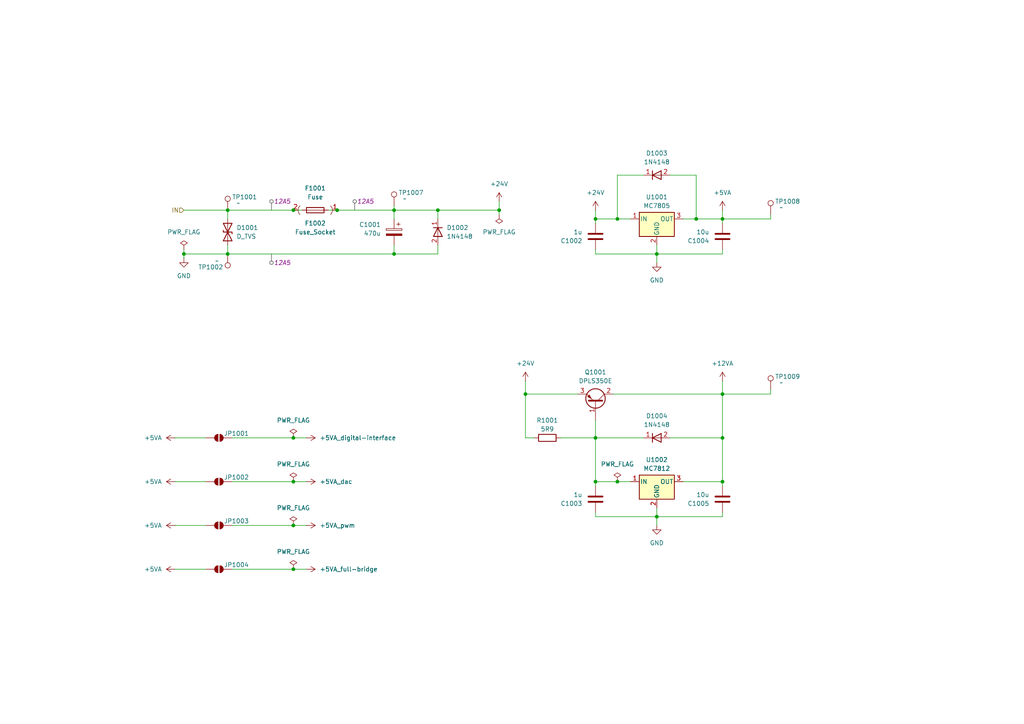
<source format=kicad_sch>
(kicad_sch
	(version 20231120)
	(generator "eeschema")
	(generator_version "8.0")
	(uuid "a768b1f9-9574-4771-884b-3f9a0cfd6706")
	(paper "A4")
	(title_block
		(title "Power Supply Sink")
		(date "2025-02-22")
		(rev "1.1.2")
		(company "Open Battery Tester")
		(comment 1 "Power")
	)
	(lib_symbols
		(symbol "Fuse_Socket_1"
			(pin_names
				(offset 0)
			)
			(exclude_from_sim no)
			(in_bom yes)
			(on_board yes)
			(property "Reference" "F"
				(at -0.508 0 90)
				(effects
					(font
						(size 1.27 1.27)
					)
				)
			)
			(property "Value" "Fuse_Socket"
				(at -2.54 0 90)
				(effects
					(font
						(size 1.27 1.27)
					)
				)
			)
			(property "Footprint" ""
				(at -1.778 0 90)
				(effects
					(font
						(size 1.27 1.27)
					)
					(hide yes)
				)
			)
			(property "Datasheet" "~"
				(at -2.54 0 0)
				(effects
					(font
						(size 1.27 1.27)
					)
					(hide yes)
				)
			)
			(property "Description" "Fuse"
				(at 0 0 0)
				(effects
					(font
						(size 1.27 1.27)
					)
					(hide yes)
				)
			)
			(property "ki_keywords" "fuse socket"
				(at 0 0 0)
				(effects
					(font
						(size 1.27 1.27)
					)
					(hide yes)
				)
			)
			(property "ki_fp_filters" "*Fuse*"
				(at 0 0 0)
				(effects
					(font
						(size 1.27 1.27)
					)
					(hide yes)
				)
			)
			(symbol "Fuse_Socket_1_0_1"
				(arc
					(start -1.27 -4.445)
					(mid 0 -4.9711)
					(end 1.27 -4.445)
					(stroke
						(width 0)
						(type default)
					)
					(fill
						(type none)
					)
				)
				(arc
					(start 1.27 4.4448)
					(mid 0 4.9709)
					(end -1.27 4.4448)
					(stroke
						(width 0)
						(type default)
					)
					(fill
						(type none)
					)
				)
			)
			(symbol "Fuse_Socket_1_1_1"
				(pin passive line
					(at 0 6.35 270)
					(length 1.27)
					(name "~"
						(effects
							(font
								(size 1.27 1.27)
							)
						)
					)
					(number "1"
						(effects
							(font
								(size 1.27 1.27)
							)
						)
					)
				)
				(pin passive line
					(at 0 -6.35 90)
					(length 1.27)
					(name "~"
						(effects
							(font
								(size 1.27 1.27)
							)
						)
					)
					(number "2"
						(effects
							(font
								(size 1.27 1.27)
							)
						)
					)
				)
			)
		)
		(symbol "enclosure:+12VA"
			(power)
			(pin_numbers hide)
			(pin_names
				(offset 0) hide)
			(exclude_from_sim no)
			(in_bom yes)
			(on_board yes)
			(property "Reference" "#PWR"
				(at 0 -3.81 0)
				(effects
					(font
						(size 1.27 1.27)
					)
					(hide yes)
				)
			)
			(property "Value" "+12VA"
				(at 0 3.556 0)
				(effects
					(font
						(size 1.27 1.27)
					)
				)
			)
			(property "Footprint" ""
				(at 0 0 0)
				(effects
					(font
						(size 1.27 1.27)
					)
					(hide yes)
				)
			)
			(property "Datasheet" ""
				(at 0 0 0)
				(effects
					(font
						(size 1.27 1.27)
					)
					(hide yes)
				)
			)
			(property "Description" "Power symbol creates a global label with name \"+12VA\""
				(at 0 0 0)
				(effects
					(font
						(size 1.27 1.27)
					)
					(hide yes)
				)
			)
			(property "ki_keywords" "global power"
				(at 0 0 0)
				(effects
					(font
						(size 1.27 1.27)
					)
					(hide yes)
				)
			)
			(symbol "+12VA_0_1"
				(polyline
					(pts
						(xy -0.762 1.27) (xy 0 2.54)
					)
					(stroke
						(width 0)
						(type default)
					)
					(fill
						(type none)
					)
				)
				(polyline
					(pts
						(xy 0 0) (xy 0 2.54)
					)
					(stroke
						(width 0)
						(type default)
					)
					(fill
						(type none)
					)
				)
				(polyline
					(pts
						(xy 0 2.54) (xy 0.762 1.27)
					)
					(stroke
						(width 0)
						(type default)
					)
					(fill
						(type none)
					)
				)
			)
			(symbol "+12VA_1_1"
				(pin power_in line
					(at 0 0 90)
					(length 0)
					(name "~"
						(effects
							(font
								(size 1.27 1.27)
							)
						)
					)
					(number "1"
						(effects
							(font
								(size 1.27 1.27)
							)
						)
					)
				)
			)
		)
		(symbol "enclosure:+24V"
			(power)
			(pin_numbers hide)
			(pin_names
				(offset 0) hide)
			(exclude_from_sim no)
			(in_bom yes)
			(on_board yes)
			(property "Reference" "#PWR"
				(at 0 -3.81 0)
				(effects
					(font
						(size 1.27 1.27)
					)
					(hide yes)
				)
			)
			(property "Value" "+24V"
				(at 0 3.556 0)
				(effects
					(font
						(size 1.27 1.27)
					)
				)
			)
			(property "Footprint" ""
				(at 0 0 0)
				(effects
					(font
						(size 1.27 1.27)
					)
					(hide yes)
				)
			)
			(property "Datasheet" ""
				(at 0 0 0)
				(effects
					(font
						(size 1.27 1.27)
					)
					(hide yes)
				)
			)
			(property "Description" "Power symbol creates a global label with name \"+24V\""
				(at 0 0 0)
				(effects
					(font
						(size 1.27 1.27)
					)
					(hide yes)
				)
			)
			(property "ki_keywords" "global power"
				(at 0 0 0)
				(effects
					(font
						(size 1.27 1.27)
					)
					(hide yes)
				)
			)
			(symbol "+24V_0_1"
				(polyline
					(pts
						(xy -0.762 1.27) (xy 0 2.54)
					)
					(stroke
						(width 0)
						(type default)
					)
					(fill
						(type none)
					)
				)
				(polyline
					(pts
						(xy 0 0) (xy 0 2.54)
					)
					(stroke
						(width 0)
						(type default)
					)
					(fill
						(type none)
					)
				)
				(polyline
					(pts
						(xy 0 2.54) (xy 0.762 1.27)
					)
					(stroke
						(width 0)
						(type default)
					)
					(fill
						(type none)
					)
				)
			)
			(symbol "+24V_1_1"
				(pin power_in line
					(at 0 0 90)
					(length 0)
					(name "~"
						(effects
							(font
								(size 1.27 1.27)
							)
						)
					)
					(number "1"
						(effects
							(font
								(size 1.27 1.27)
							)
						)
					)
				)
			)
		)
		(symbol "enclosure:+5VA"
			(power)
			(pin_numbers hide)
			(pin_names
				(offset 0) hide)
			(exclude_from_sim no)
			(in_bom yes)
			(on_board yes)
			(property "Reference" "#PWR"
				(at 0 -3.81 0)
				(effects
					(font
						(size 1.27 1.27)
					)
					(hide yes)
				)
			)
			(property "Value" "+5VA"
				(at 0 3.556 0)
				(effects
					(font
						(size 1.27 1.27)
					)
				)
			)
			(property "Footprint" ""
				(at 0 0 0)
				(effects
					(font
						(size 1.27 1.27)
					)
					(hide yes)
				)
			)
			(property "Datasheet" ""
				(at 0 0 0)
				(effects
					(font
						(size 1.27 1.27)
					)
					(hide yes)
				)
			)
			(property "Description" "Power symbol creates a global label with name \"+5VA\""
				(at 0 0 0)
				(effects
					(font
						(size 1.27 1.27)
					)
					(hide yes)
				)
			)
			(property "ki_keywords" "global power"
				(at 0 0 0)
				(effects
					(font
						(size 1.27 1.27)
					)
					(hide yes)
				)
			)
			(symbol "+5VA_0_1"
				(polyline
					(pts
						(xy -0.762 1.27) (xy 0 2.54)
					)
					(stroke
						(width 0)
						(type default)
					)
					(fill
						(type none)
					)
				)
				(polyline
					(pts
						(xy 0 0) (xy 0 2.54)
					)
					(stroke
						(width 0)
						(type default)
					)
					(fill
						(type none)
					)
				)
				(polyline
					(pts
						(xy 0 2.54) (xy 0.762 1.27)
					)
					(stroke
						(width 0)
						(type default)
					)
					(fill
						(type none)
					)
				)
			)
			(symbol "+5VA_1_1"
				(pin power_in line
					(at 0 0 90)
					(length 0)
					(name "~"
						(effects
							(font
								(size 1.27 1.27)
							)
						)
					)
					(number "1"
						(effects
							(font
								(size 1.27 1.27)
							)
						)
					)
				)
			)
		)
		(symbol "enclosure:+5VA_dac"
			(power)
			(pin_numbers hide)
			(pin_names
				(offset 0) hide)
			(exclude_from_sim no)
			(in_bom yes)
			(on_board yes)
			(property "Reference" "#PWR"
				(at 0 -3.81 0)
				(effects
					(font
						(size 1.27 1.27)
					)
					(hide yes)
				)
			)
			(property "Value" "+5VA_dac"
				(at 0 3.556 0)
				(effects
					(font
						(size 1.27 1.27)
					)
				)
			)
			(property "Footprint" ""
				(at 0 0 0)
				(effects
					(font
						(size 1.27 1.27)
					)
					(hide yes)
				)
			)
			(property "Datasheet" ""
				(at 0 0 0)
				(effects
					(font
						(size 1.27 1.27)
					)
					(hide yes)
				)
			)
			(property "Description" ""
				(at 0 0 0)
				(effects
					(font
						(size 1.27 1.27)
					)
					(hide yes)
				)
			)
			(property "ki_keywords" "global power"
				(at 0 0 0)
				(effects
					(font
						(size 1.27 1.27)
					)
					(hide yes)
				)
			)
			(symbol "+5VA_dac_0_1"
				(polyline
					(pts
						(xy -0.762 1.27) (xy 0 2.54)
					)
					(stroke
						(width 0)
						(type default)
					)
					(fill
						(type none)
					)
				)
				(polyline
					(pts
						(xy 0 0) (xy 0 2.54)
					)
					(stroke
						(width 0)
						(type default)
					)
					(fill
						(type none)
					)
				)
				(polyline
					(pts
						(xy 0 2.54) (xy 0.762 1.27)
					)
					(stroke
						(width 0)
						(type default)
					)
					(fill
						(type none)
					)
				)
			)
			(symbol "+5VA_dac_1_1"
				(pin power_in line
					(at 0 0 90)
					(length 0)
					(name "~"
						(effects
							(font
								(size 1.27 1.27)
							)
						)
					)
					(number "1"
						(effects
							(font
								(size 1.27 1.27)
							)
						)
					)
				)
			)
		)
		(symbol "enclosure:+5VA_digital-interface"
			(power)
			(pin_numbers hide)
			(pin_names
				(offset 0) hide)
			(exclude_from_sim no)
			(in_bom yes)
			(on_board yes)
			(property "Reference" "#PWR"
				(at 0 -3.81 0)
				(effects
					(font
						(size 1.27 1.27)
					)
					(hide yes)
				)
			)
			(property "Value" "+5VA_digital-interface"
				(at 0 3.556 0)
				(effects
					(font
						(size 1.27 1.27)
					)
				)
			)
			(property "Footprint" ""
				(at 0 0 0)
				(effects
					(font
						(size 1.27 1.27)
					)
					(hide yes)
				)
			)
			(property "Datasheet" ""
				(at 0 0 0)
				(effects
					(font
						(size 1.27 1.27)
					)
					(hide yes)
				)
			)
			(property "Description" ""
				(at 0 0 0)
				(effects
					(font
						(size 1.27 1.27)
					)
					(hide yes)
				)
			)
			(property "ki_keywords" "global power"
				(at 0 0 0)
				(effects
					(font
						(size 1.27 1.27)
					)
					(hide yes)
				)
			)
			(symbol "+5VA_digital-interface_0_1"
				(polyline
					(pts
						(xy -0.762 1.27) (xy 0 2.54)
					)
					(stroke
						(width 0)
						(type default)
					)
					(fill
						(type none)
					)
				)
				(polyline
					(pts
						(xy 0 0) (xy 0 2.54)
					)
					(stroke
						(width 0)
						(type default)
					)
					(fill
						(type none)
					)
				)
				(polyline
					(pts
						(xy 0 2.54) (xy 0.762 1.27)
					)
					(stroke
						(width 0)
						(type default)
					)
					(fill
						(type none)
					)
				)
			)
			(symbol "+5VA_digital-interface_1_1"
				(pin power_in line
					(at 0 0 90)
					(length 0)
					(name "~"
						(effects
							(font
								(size 1.27 1.27)
							)
						)
					)
					(number "1"
						(effects
							(font
								(size 1.27 1.27)
							)
						)
					)
				)
			)
		)
		(symbol "enclosure:+5VA_full-bridge"
			(power)
			(pin_numbers hide)
			(pin_names
				(offset 0) hide)
			(exclude_from_sim no)
			(in_bom yes)
			(on_board yes)
			(property "Reference" "#PWR"
				(at 0 -3.81 0)
				(effects
					(font
						(size 1.27 1.27)
					)
					(hide yes)
				)
			)
			(property "Value" "+5VA_full-bridge"
				(at 0 3.556 0)
				(effects
					(font
						(size 1.27 1.27)
					)
				)
			)
			(property "Footprint" ""
				(at 0 0 0)
				(effects
					(font
						(size 1.27 1.27)
					)
					(hide yes)
				)
			)
			(property "Datasheet" ""
				(at 0 0 0)
				(effects
					(font
						(size 1.27 1.27)
					)
					(hide yes)
				)
			)
			(property "Description" ""
				(at 0 0 0)
				(effects
					(font
						(size 1.27 1.27)
					)
					(hide yes)
				)
			)
			(property "ki_keywords" "global power"
				(at 0 0 0)
				(effects
					(font
						(size 1.27 1.27)
					)
					(hide yes)
				)
			)
			(symbol "+5VA_full-bridge_0_1"
				(polyline
					(pts
						(xy -0.762 1.27) (xy 0 2.54)
					)
					(stroke
						(width 0)
						(type default)
					)
					(fill
						(type none)
					)
				)
				(polyline
					(pts
						(xy 0 0) (xy 0 2.54)
					)
					(stroke
						(width 0)
						(type default)
					)
					(fill
						(type none)
					)
				)
				(polyline
					(pts
						(xy 0 2.54) (xy 0.762 1.27)
					)
					(stroke
						(width 0)
						(type default)
					)
					(fill
						(type none)
					)
				)
			)
			(symbol "+5VA_full-bridge_1_1"
				(pin power_in line
					(at 0 0 90)
					(length 0)
					(name "~"
						(effects
							(font
								(size 1.27 1.27)
							)
						)
					)
					(number "1"
						(effects
							(font
								(size 1.27 1.27)
							)
						)
					)
				)
			)
		)
		(symbol "enclosure:+5VA_pwm"
			(power)
			(pin_numbers hide)
			(pin_names
				(offset 0) hide)
			(exclude_from_sim no)
			(in_bom yes)
			(on_board yes)
			(property "Reference" "#PWR"
				(at 0 -3.81 0)
				(effects
					(font
						(size 1.27 1.27)
					)
					(hide yes)
				)
			)
			(property "Value" "+5VA_pwm"
				(at 0 3.556 0)
				(effects
					(font
						(size 1.27 1.27)
					)
				)
			)
			(property "Footprint" ""
				(at 0 0 0)
				(effects
					(font
						(size 1.27 1.27)
					)
					(hide yes)
				)
			)
			(property "Datasheet" ""
				(at 0 0 0)
				(effects
					(font
						(size 1.27 1.27)
					)
					(hide yes)
				)
			)
			(property "Description" "Power symbol creates a global label with name \"+5VA\""
				(at 0 0 0)
				(effects
					(font
						(size 1.27 1.27)
					)
					(hide yes)
				)
			)
			(property "ki_keywords" "global power"
				(at 0 0 0)
				(effects
					(font
						(size 1.27 1.27)
					)
					(hide yes)
				)
			)
			(symbol "+5VA_pwm_0_1"
				(polyline
					(pts
						(xy -0.762 1.27) (xy 0 2.54)
					)
					(stroke
						(width 0)
						(type default)
					)
					(fill
						(type none)
					)
				)
				(polyline
					(pts
						(xy 0 0) (xy 0 2.54)
					)
					(stroke
						(width 0)
						(type default)
					)
					(fill
						(type none)
					)
				)
				(polyline
					(pts
						(xy 0 2.54) (xy 0.762 1.27)
					)
					(stroke
						(width 0)
						(type default)
					)
					(fill
						(type none)
					)
				)
			)
			(symbol "+5VA_pwm_1_1"
				(pin power_in line
					(at 0 0 90)
					(length 0)
					(name "~"
						(effects
							(font
								(size 1.27 1.27)
							)
						)
					)
					(number "1"
						(effects
							(font
								(size 1.27 1.27)
							)
						)
					)
				)
			)
		)
		(symbol "enclosure:C"
			(pin_numbers hide)
			(pin_names
				(offset 0.254)
			)
			(exclude_from_sim no)
			(in_bom yes)
			(on_board yes)
			(property "Reference" "C"
				(at 0.635 2.54 0)
				(effects
					(font
						(size 1.27 1.27)
					)
					(justify left)
				)
			)
			(property "Value" "C"
				(at 0.635 -2.54 0)
				(effects
					(font
						(size 1.27 1.27)
					)
					(justify left)
				)
			)
			(property "Footprint" ""
				(at 0.9652 -3.81 0)
				(effects
					(font
						(size 1.27 1.27)
					)
					(hide yes)
				)
			)
			(property "Datasheet" "~"
				(at 0 0 0)
				(effects
					(font
						(size 1.27 1.27)
					)
					(hide yes)
				)
			)
			(property "Description" "Unpolarized capacitor"
				(at 0 0 0)
				(effects
					(font
						(size 1.27 1.27)
					)
					(hide yes)
				)
			)
			(property "ki_keywords" "cap capacitor"
				(at 0 0 0)
				(effects
					(font
						(size 1.27 1.27)
					)
					(hide yes)
				)
			)
			(property "ki_fp_filters" "C_*"
				(at 0 0 0)
				(effects
					(font
						(size 1.27 1.27)
					)
					(hide yes)
				)
			)
			(symbol "C_0_1"
				(polyline
					(pts
						(xy -2.032 -0.762) (xy 2.032 -0.762)
					)
					(stroke
						(width 0.508)
						(type default)
					)
					(fill
						(type none)
					)
				)
				(polyline
					(pts
						(xy -2.032 0.762) (xy 2.032 0.762)
					)
					(stroke
						(width 0.508)
						(type default)
					)
					(fill
						(type none)
					)
				)
			)
			(symbol "C_1_1"
				(pin passive line
					(at 0 3.81 270)
					(length 2.794)
					(name "~"
						(effects
							(font
								(size 1.27 1.27)
							)
						)
					)
					(number "1"
						(effects
							(font
								(size 1.27 1.27)
							)
						)
					)
				)
				(pin passive line
					(at 0 -3.81 90)
					(length 2.794)
					(name "~"
						(effects
							(font
								(size 1.27 1.27)
							)
						)
					)
					(number "2"
						(effects
							(font
								(size 1.27 1.27)
							)
						)
					)
				)
			)
		)
		(symbol "enclosure:C_Polarized"
			(pin_numbers hide)
			(pin_names
				(offset 0.254)
			)
			(exclude_from_sim no)
			(in_bom yes)
			(on_board yes)
			(property "Reference" "C"
				(at 0.635 2.54 0)
				(effects
					(font
						(size 1.27 1.27)
					)
					(justify left)
				)
			)
			(property "Value" "C_Polarized"
				(at 0.635 -2.54 0)
				(effects
					(font
						(size 1.27 1.27)
					)
					(justify left)
				)
			)
			(property "Footprint" ""
				(at 0.9652 -3.81 0)
				(effects
					(font
						(size 1.27 1.27)
					)
					(hide yes)
				)
			)
			(property "Datasheet" "~"
				(at 0 0 0)
				(effects
					(font
						(size 1.27 1.27)
					)
					(hide yes)
				)
			)
			(property "Description" "Polarized capacitor"
				(at 0 0 0)
				(effects
					(font
						(size 1.27 1.27)
					)
					(hide yes)
				)
			)
			(property "ki_keywords" "cap capacitor"
				(at 0 0 0)
				(effects
					(font
						(size 1.27 1.27)
					)
					(hide yes)
				)
			)
			(property "ki_fp_filters" "CP_*"
				(at 0 0 0)
				(effects
					(font
						(size 1.27 1.27)
					)
					(hide yes)
				)
			)
			(symbol "C_Polarized_0_1"
				(rectangle
					(start -2.286 -0.508)
					(end 2.286 -1.016)
					(stroke
						(width 0)
						(type default)
					)
					(fill
						(type outline)
					)
				)
				(rectangle
					(start -2.286 0.508)
					(end 2.286 1.016)
					(stroke
						(width 0)
						(type default)
					)
					(fill
						(type none)
					)
				)
				(polyline
					(pts
						(xy -1.778 2.286) (xy -0.762 2.286)
					)
					(stroke
						(width 0)
						(type default)
					)
					(fill
						(type none)
					)
				)
				(polyline
					(pts
						(xy -1.27 2.794) (xy -1.27 1.778)
					)
					(stroke
						(width 0)
						(type default)
					)
					(fill
						(type none)
					)
				)
			)
			(symbol "C_Polarized_1_1"
				(pin passive line
					(at 0 3.81 270)
					(length 2.794)
					(name "~"
						(effects
							(font
								(size 1.27 1.27)
							)
						)
					)
					(number "1"
						(effects
							(font
								(size 1.27 1.27)
							)
						)
					)
				)
				(pin passive line
					(at 0 -3.81 90)
					(length 2.794)
					(name "~"
						(effects
							(font
								(size 1.27 1.27)
							)
						)
					)
					(number "2"
						(effects
							(font
								(size 1.27 1.27)
							)
						)
					)
				)
			)
		)
		(symbol "enclosure:D"
			(pin_names
				(offset 1.016) hide)
			(exclude_from_sim no)
			(in_bom yes)
			(on_board yes)
			(property "Reference" "D"
				(at 0 2.54 0)
				(effects
					(font
						(size 1.27 1.27)
					)
				)
			)
			(property "Value" "D"
				(at 0 -2.54 0)
				(effects
					(font
						(size 1.27 1.27)
					)
				)
			)
			(property "Footprint" ""
				(at 0 0 0)
				(effects
					(font
						(size 1.27 1.27)
					)
					(hide yes)
				)
			)
			(property "Datasheet" "~"
				(at 0 0 0)
				(effects
					(font
						(size 1.27 1.27)
					)
					(hide yes)
				)
			)
			(property "Description" "Diode"
				(at 0 0 0)
				(effects
					(font
						(size 1.27 1.27)
					)
					(hide yes)
				)
			)
			(property "Sim.Device" "D"
				(at 0 0 0)
				(effects
					(font
						(size 1.27 1.27)
					)
					(hide yes)
				)
			)
			(property "Sim.Pins" "1=K 2=A"
				(at 0 0 0)
				(effects
					(font
						(size 1.27 1.27)
					)
					(hide yes)
				)
			)
			(property "ki_keywords" "diode"
				(at 0 0 0)
				(effects
					(font
						(size 1.27 1.27)
					)
					(hide yes)
				)
			)
			(property "ki_fp_filters" "TO-???* *_Diode_* *SingleDiode* D_*"
				(at 0 0 0)
				(effects
					(font
						(size 1.27 1.27)
					)
					(hide yes)
				)
			)
			(symbol "D_0_1"
				(polyline
					(pts
						(xy -1.27 1.27) (xy -1.27 -1.27)
					)
					(stroke
						(width 0.254)
						(type default)
					)
					(fill
						(type none)
					)
				)
				(polyline
					(pts
						(xy 1.27 0) (xy -1.27 0)
					)
					(stroke
						(width 0)
						(type default)
					)
					(fill
						(type none)
					)
				)
				(polyline
					(pts
						(xy 1.27 1.27) (xy 1.27 -1.27) (xy -1.27 0) (xy 1.27 1.27)
					)
					(stroke
						(width 0.254)
						(type default)
					)
					(fill
						(type none)
					)
				)
			)
			(symbol "D_1_1"
				(pin passive line
					(at -3.81 0 0)
					(length 2.54)
					(name "K"
						(effects
							(font
								(size 1.27 1.27)
							)
						)
					)
					(number "1"
						(effects
							(font
								(size 1.27 1.27)
							)
						)
					)
				)
				(pin passive line
					(at 3.81 0 180)
					(length 2.54)
					(name "A"
						(effects
							(font
								(size 1.27 1.27)
							)
						)
					)
					(number "2"
						(effects
							(font
								(size 1.27 1.27)
							)
						)
					)
				)
			)
		)
		(symbol "enclosure:D_TVS"
			(pin_numbers hide)
			(pin_names
				(offset 1.016) hide)
			(exclude_from_sim no)
			(in_bom yes)
			(on_board yes)
			(property "Reference" "D"
				(at 0 2.54 0)
				(effects
					(font
						(size 1.27 1.27)
					)
				)
			)
			(property "Value" "D_TVS"
				(at 0 -2.54 0)
				(effects
					(font
						(size 1.27 1.27)
					)
				)
			)
			(property "Footprint" ""
				(at 0 0 0)
				(effects
					(font
						(size 1.27 1.27)
					)
					(hide yes)
				)
			)
			(property "Datasheet" "~"
				(at 0 0 0)
				(effects
					(font
						(size 1.27 1.27)
					)
					(hide yes)
				)
			)
			(property "Description" "Bidirectional transient-voltage-suppression diode"
				(at 0 0 0)
				(effects
					(font
						(size 1.27 1.27)
					)
					(hide yes)
				)
			)
			(property "ki_keywords" "diode TVS thyrector"
				(at 0 0 0)
				(effects
					(font
						(size 1.27 1.27)
					)
					(hide yes)
				)
			)
			(property "ki_fp_filters" "TO-???* *_Diode_* *SingleDiode* D_*"
				(at 0 0 0)
				(effects
					(font
						(size 1.27 1.27)
					)
					(hide yes)
				)
			)
			(symbol "D_TVS_0_1"
				(polyline
					(pts
						(xy 1.27 0) (xy -1.27 0)
					)
					(stroke
						(width 0)
						(type default)
					)
					(fill
						(type none)
					)
				)
				(polyline
					(pts
						(xy 0.508 1.27) (xy 0 1.27) (xy 0 -1.27) (xy -0.508 -1.27)
					)
					(stroke
						(width 0.254)
						(type default)
					)
					(fill
						(type none)
					)
				)
				(polyline
					(pts
						(xy -2.54 1.27) (xy -2.54 -1.27) (xy 2.54 1.27) (xy 2.54 -1.27) (xy -2.54 1.27)
					)
					(stroke
						(width 0.254)
						(type default)
					)
					(fill
						(type none)
					)
				)
			)
			(symbol "D_TVS_1_1"
				(pin passive line
					(at -3.81 0 0)
					(length 2.54)
					(name "A1"
						(effects
							(font
								(size 1.27 1.27)
							)
						)
					)
					(number "1"
						(effects
							(font
								(size 1.27 1.27)
							)
						)
					)
				)
				(pin passive line
					(at 3.81 0 180)
					(length 2.54)
					(name "A2"
						(effects
							(font
								(size 1.27 1.27)
							)
						)
					)
					(number "2"
						(effects
							(font
								(size 1.27 1.27)
							)
						)
					)
				)
			)
		)
		(symbol "enclosure:Fuse"
			(pin_numbers hide)
			(pin_names
				(offset 0)
			)
			(exclude_from_sim no)
			(in_bom yes)
			(on_board yes)
			(property "Reference" "F"
				(at 2.032 0 90)
				(effects
					(font
						(size 1.27 1.27)
					)
				)
			)
			(property "Value" "Fuse"
				(at -1.905 0 90)
				(effects
					(font
						(size 1.27 1.27)
					)
				)
			)
			(property "Footprint" ""
				(at -1.778 0 90)
				(effects
					(font
						(size 1.27 1.27)
					)
					(hide yes)
				)
			)
			(property "Datasheet" "~"
				(at 0 0 0)
				(effects
					(font
						(size 1.27 1.27)
					)
					(hide yes)
				)
			)
			(property "Description" "Fuse"
				(at 0 0 0)
				(effects
					(font
						(size 1.27 1.27)
					)
					(hide yes)
				)
			)
			(property "ki_keywords" "fuse"
				(at 0 0 0)
				(effects
					(font
						(size 1.27 1.27)
					)
					(hide yes)
				)
			)
			(property "ki_fp_filters" "*Fuse*"
				(at 0 0 0)
				(effects
					(font
						(size 1.27 1.27)
					)
					(hide yes)
				)
			)
			(symbol "Fuse_0_1"
				(rectangle
					(start -0.762 -2.54)
					(end 0.762 2.54)
					(stroke
						(width 0.254)
						(type default)
					)
					(fill
						(type none)
					)
				)
				(polyline
					(pts
						(xy 0 2.54) (xy 0 -2.54)
					)
					(stroke
						(width 0)
						(type default)
					)
					(fill
						(type none)
					)
				)
			)
			(symbol "Fuse_1_1"
				(pin passive line
					(at 0 3.81 270)
					(length 1.27)
					(name "~"
						(effects
							(font
								(size 1.27 1.27)
							)
						)
					)
					(number "1"
						(effects
							(font
								(size 1.27 1.27)
							)
						)
					)
				)
				(pin passive line
					(at 0 -3.81 90)
					(length 1.27)
					(name "~"
						(effects
							(font
								(size 1.27 1.27)
							)
						)
					)
					(number "2"
						(effects
							(font
								(size 1.27 1.27)
							)
						)
					)
				)
			)
		)
		(symbol "enclosure:GND"
			(power)
			(pin_numbers hide)
			(pin_names
				(offset 0) hide)
			(exclude_from_sim no)
			(in_bom yes)
			(on_board yes)
			(property "Reference" "#PWR"
				(at 0 -6.35 0)
				(effects
					(font
						(size 1.27 1.27)
					)
					(hide yes)
				)
			)
			(property "Value" "GND"
				(at 0 -3.81 0)
				(effects
					(font
						(size 1.27 1.27)
					)
				)
			)
			(property "Footprint" ""
				(at 0 0 0)
				(effects
					(font
						(size 1.27 1.27)
					)
					(hide yes)
				)
			)
			(property "Datasheet" ""
				(at 0 0 0)
				(effects
					(font
						(size 1.27 1.27)
					)
					(hide yes)
				)
			)
			(property "Description" "Power symbol creates a global label with name \"GND\" , ground"
				(at 0 0 0)
				(effects
					(font
						(size 1.27 1.27)
					)
					(hide yes)
				)
			)
			(property "ki_keywords" "global power"
				(at 0 0 0)
				(effects
					(font
						(size 1.27 1.27)
					)
					(hide yes)
				)
			)
			(symbol "GND_0_1"
				(polyline
					(pts
						(xy 0 0) (xy 0 -1.27) (xy 1.27 -1.27) (xy 0 -2.54) (xy -1.27 -1.27) (xy 0 -1.27)
					)
					(stroke
						(width 0)
						(type default)
					)
					(fill
						(type none)
					)
				)
			)
			(symbol "GND_1_1"
				(pin power_in line
					(at 0 0 270)
					(length 0)
					(name "~"
						(effects
							(font
								(size 1.27 1.27)
							)
						)
					)
					(number "1"
						(effects
							(font
								(size 1.27 1.27)
							)
						)
					)
				)
			)
		)
		(symbol "enclosure:MC7805"
			(pin_names
				(offset 0.254)
			)
			(exclude_from_sim no)
			(in_bom yes)
			(on_board yes)
			(property "Reference" "U"
				(at -3.81 3.175 0)
				(effects
					(font
						(size 1.27 1.27)
					)
				)
			)
			(property "Value" "MC7805"
				(at 0 3.175 0)
				(effects
					(font
						(size 1.27 1.27)
					)
					(justify left)
				)
			)
			(property "Footprint" ""
				(at 0.635 -3.81 0)
				(effects
					(font
						(size 1.27 1.27)
						(italic yes)
					)
					(justify left)
					(hide yes)
				)
			)
			(property "Datasheet" "https://www.mouser.de/datasheet/2/308/1/MC7800_D-2315963.pdf"
				(at 0 -1.27 0)
				(effects
					(font
						(size 1.27 1.27)
					)
					(hide yes)
				)
			)
			(property "Description" "Positive 1A 35V Linear Regulator, Fixed Output 5V, TO-220/D2PAK/DPAK"
				(at 0 0 0)
				(effects
					(font
						(size 1.27 1.27)
					)
					(hide yes)
				)
			)
			(property "ki_keywords" "Voltage Regulator 1.5A Positive"
				(at 0 0 0)
				(effects
					(font
						(size 1.27 1.27)
					)
					(hide yes)
				)
			)
			(symbol "MC7805_0_1"
				(rectangle
					(start -5.08 1.905)
					(end 5.08 -5.08)
					(stroke
						(width 0.254)
						(type default)
					)
					(fill
						(type background)
					)
				)
			)
			(symbol "MC7805_1_1"
				(pin power_in line
					(at -7.62 0 0)
					(length 2.54)
					(name "IN"
						(effects
							(font
								(size 1.27 1.27)
							)
						)
					)
					(number "1"
						(effects
							(font
								(size 1.27 1.27)
							)
						)
					)
				)
				(pin power_in line
					(at 0 -7.62 90)
					(length 2.54)
					(name "GND"
						(effects
							(font
								(size 1.27 1.27)
							)
						)
					)
					(number "2"
						(effects
							(font
								(size 1.27 1.27)
							)
						)
					)
				)
				(pin power_out line
					(at 7.62 0 180)
					(length 2.54)
					(name "OUT"
						(effects
							(font
								(size 1.27 1.27)
							)
						)
					)
					(number "3"
						(effects
							(font
								(size 1.27 1.27)
							)
						)
					)
				)
			)
		)
		(symbol "enclosure:MC7812"
			(pin_names
				(offset 0.254)
			)
			(exclude_from_sim no)
			(in_bom yes)
			(on_board yes)
			(property "Reference" "U"
				(at -3.81 3.175 0)
				(effects
					(font
						(size 1.27 1.27)
					)
				)
			)
			(property "Value" "MC7812"
				(at 0 3.175 0)
				(effects
					(font
						(size 1.27 1.27)
					)
					(justify left)
				)
			)
			(property "Footprint" ""
				(at 0.635 -3.81 0)
				(effects
					(font
						(size 1.27 1.27)
						(italic yes)
					)
					(justify left)
					(hide yes)
				)
			)
			(property "Datasheet" "https://www.mouser.de/datasheet/2/308/1/MC7800_D-2315963.pdf"
				(at 0 -1.27 0)
				(effects
					(font
						(size 1.27 1.27)
					)
					(hide yes)
				)
			)
			(property "Description" "Positive 1A 35V Linear Regulator, Fixed Output 12V, TO-220/D2PAK/DPAK"
				(at 0 0 0)
				(effects
					(font
						(size 1.27 1.27)
					)
					(hide yes)
				)
			)
			(property "ki_keywords" "Voltage Regulator 1.5A Positive"
				(at 0 0 0)
				(effects
					(font
						(size 1.27 1.27)
					)
					(hide yes)
				)
			)
			(symbol "MC7812_0_1"
				(rectangle
					(start -5.08 1.905)
					(end 5.08 -5.08)
					(stroke
						(width 0.254)
						(type default)
					)
					(fill
						(type background)
					)
				)
			)
			(symbol "MC7812_1_1"
				(pin power_in line
					(at -7.62 0 0)
					(length 2.54)
					(name "IN"
						(effects
							(font
								(size 1.27 1.27)
							)
						)
					)
					(number "1"
						(effects
							(font
								(size 1.27 1.27)
							)
						)
					)
				)
				(pin power_in line
					(at 0 -7.62 90)
					(length 2.54)
					(name "GND"
						(effects
							(font
								(size 1.27 1.27)
							)
						)
					)
					(number "2"
						(effects
							(font
								(size 1.27 1.27)
							)
						)
					)
				)
				(pin power_out line
					(at 7.62 0 180)
					(length 2.54)
					(name "OUT"
						(effects
							(font
								(size 1.27 1.27)
							)
						)
					)
					(number "3"
						(effects
							(font
								(size 1.27 1.27)
							)
						)
					)
				)
			)
		)
		(symbol "enclosure:PWR_FLAG"
			(power)
			(pin_numbers hide)
			(pin_names
				(offset 0) hide)
			(exclude_from_sim no)
			(in_bom yes)
			(on_board yes)
			(property "Reference" "#FLG"
				(at 0 1.905 0)
				(effects
					(font
						(size 1.27 1.27)
					)
					(hide yes)
				)
			)
			(property "Value" "PWR_FLAG"
				(at 0 3.81 0)
				(effects
					(font
						(size 1.27 1.27)
					)
				)
			)
			(property "Footprint" ""
				(at 0 0 0)
				(effects
					(font
						(size 1.27 1.27)
					)
					(hide yes)
				)
			)
			(property "Datasheet" "~"
				(at 0 0 0)
				(effects
					(font
						(size 1.27 1.27)
					)
					(hide yes)
				)
			)
			(property "Description" "Special symbol for telling ERC where power comes from"
				(at 0 0 0)
				(effects
					(font
						(size 1.27 1.27)
					)
					(hide yes)
				)
			)
			(property "ki_keywords" "flag power"
				(at 0 0 0)
				(effects
					(font
						(size 1.27 1.27)
					)
					(hide yes)
				)
			)
			(symbol "PWR_FLAG_0_0"
				(pin power_out line
					(at 0 0 90)
					(length 0)
					(name "~"
						(effects
							(font
								(size 1.27 1.27)
							)
						)
					)
					(number "1"
						(effects
							(font
								(size 1.27 1.27)
							)
						)
					)
				)
			)
			(symbol "PWR_FLAG_0_1"
				(polyline
					(pts
						(xy 0 0) (xy 0 1.27) (xy -1.016 1.905) (xy 0 2.54) (xy 1.016 1.905) (xy 0 1.27)
					)
					(stroke
						(width 0)
						(type default)
					)
					(fill
						(type none)
					)
				)
			)
		)
		(symbol "enclosure:Q_PNP_BCE"
			(pin_names
				(offset 0) hide)
			(exclude_from_sim no)
			(in_bom yes)
			(on_board yes)
			(property "Reference" "Q"
				(at 5.08 1.27 0)
				(effects
					(font
						(size 1.27 1.27)
					)
					(justify left)
				)
			)
			(property "Value" "Q_PNP_BCE"
				(at 5.08 -1.27 0)
				(effects
					(font
						(size 1.27 1.27)
					)
					(justify left)
				)
			)
			(property "Footprint" ""
				(at 5.08 2.54 0)
				(effects
					(font
						(size 1.27 1.27)
					)
					(hide yes)
				)
			)
			(property "Datasheet" "~"
				(at 0 0 0)
				(effects
					(font
						(size 1.27 1.27)
					)
					(hide yes)
				)
			)
			(property "Description" "PNP transistor, base/collector/emitter"
				(at 0 0 0)
				(effects
					(font
						(size 1.27 1.27)
					)
					(hide yes)
				)
			)
			(property "ki_keywords" "transistor PNP"
				(at 0 0 0)
				(effects
					(font
						(size 1.27 1.27)
					)
					(hide yes)
				)
			)
			(symbol "Q_PNP_BCE_0_1"
				(polyline
					(pts
						(xy 0.635 0.635) (xy 2.54 2.54)
					)
					(stroke
						(width 0)
						(type default)
					)
					(fill
						(type none)
					)
				)
				(polyline
					(pts
						(xy 0.635 -0.635) (xy 2.54 -2.54) (xy 2.54 -2.54)
					)
					(stroke
						(width 0)
						(type default)
					)
					(fill
						(type none)
					)
				)
				(polyline
					(pts
						(xy 0.635 1.905) (xy 0.635 -1.905) (xy 0.635 -1.905)
					)
					(stroke
						(width 0.508)
						(type default)
					)
					(fill
						(type none)
					)
				)
				(polyline
					(pts
						(xy 2.286 -1.778) (xy 1.778 -2.286) (xy 1.27 -1.27) (xy 2.286 -1.778) (xy 2.286 -1.778)
					)
					(stroke
						(width 0)
						(type default)
					)
					(fill
						(type outline)
					)
				)
				(circle
					(center 1.27 0)
					(radius 2.8194)
					(stroke
						(width 0.254)
						(type default)
					)
					(fill
						(type none)
					)
				)
			)
			(symbol "Q_PNP_BCE_1_1"
				(pin input line
					(at -5.08 0 0)
					(length 5.715)
					(name "B"
						(effects
							(font
								(size 1.27 1.27)
							)
						)
					)
					(number "1"
						(effects
							(font
								(size 1.27 1.27)
							)
						)
					)
				)
				(pin passive line
					(at 2.54 5.08 270)
					(length 2.54)
					(name "C"
						(effects
							(font
								(size 1.27 1.27)
							)
						)
					)
					(number "2"
						(effects
							(font
								(size 1.27 1.27)
							)
						)
					)
				)
				(pin passive line
					(at 2.54 -5.08 90)
					(length 2.54)
					(name "E"
						(effects
							(font
								(size 1.27 1.27)
							)
						)
					)
					(number "3"
						(effects
							(font
								(size 1.27 1.27)
							)
						)
					)
				)
			)
		)
		(symbol "enclosure:R"
			(pin_numbers hide)
			(pin_names
				(offset 0)
			)
			(exclude_from_sim no)
			(in_bom yes)
			(on_board yes)
			(property "Reference" "R"
				(at 2.032 0 90)
				(effects
					(font
						(size 1.27 1.27)
					)
				)
			)
			(property "Value" "R"
				(at 0 0 90)
				(effects
					(font
						(size 1.27 1.27)
					)
				)
			)
			(property "Footprint" ""
				(at -1.778 0 90)
				(effects
					(font
						(size 1.27 1.27)
					)
					(hide yes)
				)
			)
			(property "Datasheet" "~"
				(at 0 0 0)
				(effects
					(font
						(size 1.27 1.27)
					)
					(hide yes)
				)
			)
			(property "Description" "Resistor"
				(at 0 0 0)
				(effects
					(font
						(size 1.27 1.27)
					)
					(hide yes)
				)
			)
			(property "ki_keywords" "R res resistor"
				(at 0 0 0)
				(effects
					(font
						(size 1.27 1.27)
					)
					(hide yes)
				)
			)
			(property "ki_fp_filters" "R_*"
				(at 0 0 0)
				(effects
					(font
						(size 1.27 1.27)
					)
					(hide yes)
				)
			)
			(symbol "R_0_1"
				(rectangle
					(start -1.016 -2.54)
					(end 1.016 2.54)
					(stroke
						(width 0.254)
						(type default)
					)
					(fill
						(type none)
					)
				)
			)
			(symbol "R_1_1"
				(pin passive line
					(at 0 3.81 270)
					(length 1.27)
					(name "~"
						(effects
							(font
								(size 1.27 1.27)
							)
						)
					)
					(number "1"
						(effects
							(font
								(size 1.27 1.27)
							)
						)
					)
				)
				(pin passive line
					(at 0 -3.81 90)
					(length 1.27)
					(name "~"
						(effects
							(font
								(size 1.27 1.27)
							)
						)
					)
					(number "2"
						(effects
							(font
								(size 1.27 1.27)
							)
						)
					)
				)
			)
		)
		(symbol "enclosure:SolderJumper_2_Open"
			(pin_numbers hide)
			(pin_names
				(offset 0) hide)
			(exclude_from_sim yes)
			(in_bom no)
			(on_board yes)
			(property "Reference" "JP"
				(at 0 2.032 0)
				(effects
					(font
						(size 1.27 1.27)
					)
				)
			)
			(property "Value" "SolderJumper_2_Open"
				(at 0 -2.54 0)
				(effects
					(font
						(size 1.27 1.27)
					)
				)
			)
			(property "Footprint" ""
				(at 0 0 0)
				(effects
					(font
						(size 1.27 1.27)
					)
					(hide yes)
				)
			)
			(property "Datasheet" "~"
				(at 0 0 0)
				(effects
					(font
						(size 1.27 1.27)
					)
					(hide yes)
				)
			)
			(property "Description" "Solder Jumper, 2-pole, open"
				(at 0 0 0)
				(effects
					(font
						(size 1.27 1.27)
					)
					(hide yes)
				)
			)
			(property "ki_keywords" "solder jumper SPST"
				(at 0 0 0)
				(effects
					(font
						(size 1.27 1.27)
					)
					(hide yes)
				)
			)
			(property "ki_fp_filters" "SolderJumper*Open*"
				(at 0 0 0)
				(effects
					(font
						(size 1.27 1.27)
					)
					(hide yes)
				)
			)
			(symbol "SolderJumper_2_Open_0_1"
				(arc
					(start -0.254 1.016)
					(mid -1.2656 0)
					(end -0.254 -1.016)
					(stroke
						(width 0)
						(type default)
					)
					(fill
						(type none)
					)
				)
				(arc
					(start -0.254 1.016)
					(mid -1.2656 0)
					(end -0.254 -1.016)
					(stroke
						(width 0)
						(type default)
					)
					(fill
						(type outline)
					)
				)
				(polyline
					(pts
						(xy -0.254 1.016) (xy -0.254 -1.016)
					)
					(stroke
						(width 0)
						(type default)
					)
					(fill
						(type none)
					)
				)
				(polyline
					(pts
						(xy 0.254 1.016) (xy 0.254 -1.016)
					)
					(stroke
						(width 0)
						(type default)
					)
					(fill
						(type none)
					)
				)
				(arc
					(start 0.254 -1.016)
					(mid 1.2656 0)
					(end 0.254 1.016)
					(stroke
						(width 0)
						(type default)
					)
					(fill
						(type none)
					)
				)
				(arc
					(start 0.254 -1.016)
					(mid 1.2656 0)
					(end 0.254 1.016)
					(stroke
						(width 0)
						(type default)
					)
					(fill
						(type outline)
					)
				)
			)
			(symbol "SolderJumper_2_Open_1_1"
				(pin passive line
					(at -3.81 0 0)
					(length 2.54)
					(name "A"
						(effects
							(font
								(size 1.27 1.27)
							)
						)
					)
					(number "1"
						(effects
							(font
								(size 1.27 1.27)
							)
						)
					)
				)
				(pin passive line
					(at 3.81 0 180)
					(length 2.54)
					(name "B"
						(effects
							(font
								(size 1.27 1.27)
							)
						)
					)
					(number "2"
						(effects
							(font
								(size 1.27 1.27)
							)
						)
					)
				)
			)
		)
		(symbol "enclosure:TestPoint"
			(pin_numbers hide)
			(pin_names
				(offset 0.762) hide)
			(exclude_from_sim no)
			(in_bom yes)
			(on_board yes)
			(property "Reference" "TP"
				(at 0 6.858 0)
				(effects
					(font
						(size 1.27 1.27)
					)
				)
			)
			(property "Value" "TestPoint"
				(at 0 5.08 0)
				(effects
					(font
						(size 1.27 1.27)
					)
				)
			)
			(property "Footprint" ""
				(at 5.08 0 0)
				(effects
					(font
						(size 1.27 1.27)
					)
					(hide yes)
				)
			)
			(property "Datasheet" "~"
				(at 5.08 0 0)
				(effects
					(font
						(size 1.27 1.27)
					)
					(hide yes)
				)
			)
			(property "Description" "test point"
				(at 0 0 0)
				(effects
					(font
						(size 1.27 1.27)
					)
					(hide yes)
				)
			)
			(property "ki_keywords" "test point tp"
				(at 0 0 0)
				(effects
					(font
						(size 1.27 1.27)
					)
					(hide yes)
				)
			)
			(property "ki_fp_filters" "Pin* Test*"
				(at 0 0 0)
				(effects
					(font
						(size 1.27 1.27)
					)
					(hide yes)
				)
			)
			(symbol "TestPoint_0_1"
				(circle
					(center 0 3.302)
					(radius 0.762)
					(stroke
						(width 0)
						(type default)
					)
					(fill
						(type none)
					)
				)
			)
			(symbol "TestPoint_1_1"
				(pin passive line
					(at 0 0 90)
					(length 2.54)
					(name "1"
						(effects
							(font
								(size 1.27 1.27)
							)
						)
					)
					(number "1"
						(effects
							(font
								(size 1.27 1.27)
							)
						)
					)
				)
			)
		)
	)
	(junction
		(at 172.72 139.7)
		(diameter 0)
		(color 0 0 0 0)
		(uuid "072f2b9c-865e-4f90-94fd-c68fd33b1dda")
	)
	(junction
		(at 114.3 73.66)
		(diameter 0)
		(color 0 0 0 0)
		(uuid "099ca269-e77d-4ac2-a0b3-68f546e0c61e")
	)
	(junction
		(at 209.55 114.3)
		(diameter 0)
		(color 0 0 0 0)
		(uuid "0d309840-688a-41c6-8ad8-ffd89939aca7")
	)
	(junction
		(at 209.55 127)
		(diameter 0)
		(color 0 0 0 0)
		(uuid "138e89c3-cd60-4c9e-9ce7-e868dcffb0ad")
	)
	(junction
		(at 85.09 127)
		(diameter 0)
		(color 0 0 0 0)
		(uuid "192c05fa-fa11-44cb-899b-7af8f19658e5")
	)
	(junction
		(at 190.5 149.86)
		(diameter 0)
		(color 0 0 0 0)
		(uuid "1c15006b-9a9a-4dee-ae42-176db04ea91b")
	)
	(junction
		(at 172.72 127)
		(diameter 0)
		(color 0 0 0 0)
		(uuid "2cdaee6e-56a4-4512-8220-39324b3ef175")
	)
	(junction
		(at 179.07 139.7)
		(diameter 0)
		(color 0 0 0 0)
		(uuid "2edeb345-8567-4892-88bf-ca4635277cca")
	)
	(junction
		(at 190.5 73.66)
		(diameter 0)
		(color 0 0 0 0)
		(uuid "505713e5-e17e-4100-9b9f-b94b2dee15f3")
	)
	(junction
		(at 85.09 60.96)
		(diameter 0)
		(color 0 0 0 0)
		(uuid "6065400b-6144-4a7f-98ad-9f6b1ee3f712")
	)
	(junction
		(at 201.93 63.5)
		(diameter 0)
		(color 0 0 0 0)
		(uuid "607234f3-8a24-408c-82db-c1cf399ea46d")
	)
	(junction
		(at 85.09 152.4)
		(diameter 0)
		(color 0 0 0 0)
		(uuid "6e177be7-b521-49ec-b877-dea13d7d4caa")
	)
	(junction
		(at 66.04 60.96)
		(diameter 0)
		(color 0 0 0 0)
		(uuid "7aa213e3-e24c-4e77-af30-c3d0214150e0")
	)
	(junction
		(at 97.79 60.96)
		(diameter 0)
		(color 0 0 0 0)
		(uuid "822ab684-81e1-44ee-ace8-7a6671b0c592")
	)
	(junction
		(at 114.3 60.96)
		(diameter 0)
		(color 0 0 0 0)
		(uuid "8859b8f5-4381-4a7d-a2ff-c62a4f9bad1f")
	)
	(junction
		(at 85.09 139.7)
		(diameter 0)
		(color 0 0 0 0)
		(uuid "8a2c7fa5-43c3-4444-9582-428f04314c61")
	)
	(junction
		(at 85.09 165.1)
		(diameter 0)
		(color 0 0 0 0)
		(uuid "8daa2cb6-298a-4148-9ceb-fe9c527d618b")
	)
	(junction
		(at 209.55 139.7)
		(diameter 0)
		(color 0 0 0 0)
		(uuid "959cb1ad-a9fb-4183-9807-1aadfd4b3b1a")
	)
	(junction
		(at 209.55 63.5)
		(diameter 0)
		(color 0 0 0 0)
		(uuid "9ef0aa9f-ddcb-404b-82a0-28ff2883010e")
	)
	(junction
		(at 152.4 114.3)
		(diameter 0)
		(color 0 0 0 0)
		(uuid "a7d054cf-8a9b-4d11-b3a8-334c513e3118")
	)
	(junction
		(at 179.07 63.5)
		(diameter 0)
		(color 0 0 0 0)
		(uuid "bd7ca938-8ee6-4df5-81d4-3a3cde35c599")
	)
	(junction
		(at 144.78 60.96)
		(diameter 0)
		(color 0 0 0 0)
		(uuid "c51bbb33-cdd8-41c3-9648-92ffbf93ca87")
	)
	(junction
		(at 127 60.96)
		(diameter 0)
		(color 0 0 0 0)
		(uuid "eb7b7e2b-d004-4440-83ed-70547f94226b")
	)
	(junction
		(at 172.72 63.5)
		(diameter 0)
		(color 0 0 0 0)
		(uuid "ec86c327-49cb-439f-97d1-b6746156f68e")
	)
	(junction
		(at 53.34 73.66)
		(diameter 0)
		(color 0 0 0 0)
		(uuid "ecb0b838-20d1-428d-af60-90af36ad2d47")
	)
	(junction
		(at 66.04 73.66)
		(diameter 0)
		(color 0 0 0 0)
		(uuid "f6fe9bf2-10b7-40f5-969d-b4673e6fcb0a")
	)
	(wire
		(pts
			(xy 152.4 127) (xy 152.4 114.3)
		)
		(stroke
			(width 0)
			(type default)
		)
		(uuid "01a47539-750e-4726-8d07-2269cde58f7e")
	)
	(wire
		(pts
			(xy 209.55 72.39) (xy 209.55 73.66)
		)
		(stroke
			(width 0)
			(type default)
		)
		(uuid "02753df8-2b96-420f-8cab-4338f28d655a")
	)
	(wire
		(pts
			(xy 114.3 60.96) (xy 114.3 63.5)
		)
		(stroke
			(width 0)
			(type default)
		)
		(uuid "030c4e86-e1bb-4dde-a089-7510bde3f68e")
	)
	(wire
		(pts
			(xy 172.72 60.96) (xy 172.72 63.5)
		)
		(stroke
			(width 0)
			(type default)
		)
		(uuid "0d37252f-9d48-49d9-80bf-5a148c39db24")
	)
	(wire
		(pts
			(xy 85.09 139.7) (xy 88.9 139.7)
		)
		(stroke
			(width 0)
			(type default)
		)
		(uuid "15cc0236-f249-480f-832d-b73769e50c86")
	)
	(wire
		(pts
			(xy 127 73.66) (xy 127 71.12)
		)
		(stroke
			(width 0)
			(type default)
		)
		(uuid "178f480f-5fd1-4576-8bbe-dc7141937112")
	)
	(wire
		(pts
			(xy 177.8 114.3) (xy 209.55 114.3)
		)
		(stroke
			(width 0)
			(type default)
		)
		(uuid "181226f1-c217-4cc6-ada4-fb277977fd82")
	)
	(wire
		(pts
			(xy 114.3 71.12) (xy 114.3 73.66)
		)
		(stroke
			(width 0)
			(type default)
		)
		(uuid "1c6a4206-cf62-486e-980a-9a9bcbfd8b92")
	)
	(wire
		(pts
			(xy 152.4 114.3) (xy 167.64 114.3)
		)
		(stroke
			(width 0)
			(type default)
		)
		(uuid "1fd1446c-4bae-4bf5-940b-5e35bc60562e")
	)
	(wire
		(pts
			(xy 194.31 127) (xy 209.55 127)
		)
		(stroke
			(width 0)
			(type default)
		)
		(uuid "2052455c-b9a0-4ca4-99d0-39e60031ae15")
	)
	(wire
		(pts
			(xy 97.79 60.96) (xy 114.3 60.96)
		)
		(stroke
			(width 0)
			(type default)
		)
		(uuid "21b3ad1a-d5f4-42fe-ab98-5a4210016e14")
	)
	(wire
		(pts
			(xy 190.5 73.66) (xy 172.72 73.66)
		)
		(stroke
			(width 0)
			(type default)
		)
		(uuid "23f8883a-f284-496f-a566-17ec87fc601b")
	)
	(wire
		(pts
			(xy 67.31 152.4) (xy 85.09 152.4)
		)
		(stroke
			(width 0)
			(type default)
		)
		(uuid "247020ca-1b20-4262-ba6f-91efda320db5")
	)
	(wire
		(pts
			(xy 190.5 73.66) (xy 190.5 76.2)
		)
		(stroke
			(width 0)
			(type default)
		)
		(uuid "2bafb024-5e4d-44b0-a07d-382cc5e6228b")
	)
	(wire
		(pts
			(xy 201.93 50.8) (xy 201.93 63.5)
		)
		(stroke
			(width 0)
			(type default)
		)
		(uuid "36264664-2b3c-45e1-a596-040dfdcb655e")
	)
	(wire
		(pts
			(xy 67.31 127) (xy 85.09 127)
		)
		(stroke
			(width 0)
			(type default)
		)
		(uuid "36b21ad4-b117-4742-a788-936084b0cda7")
	)
	(wire
		(pts
			(xy 144.78 60.96) (xy 144.78 62.23)
		)
		(stroke
			(width 0)
			(type default)
		)
		(uuid "3b3ef0ed-2da2-48ac-b90c-2d9519aca7f7")
	)
	(wire
		(pts
			(xy 66.04 73.66) (xy 114.3 73.66)
		)
		(stroke
			(width 0)
			(type default)
		)
		(uuid "3bfab3e0-b79e-4d30-9ffc-78d065cefd34")
	)
	(wire
		(pts
			(xy 209.55 110.49) (xy 209.55 114.3)
		)
		(stroke
			(width 0)
			(type default)
		)
		(uuid "3cae9757-b6fe-4792-be7f-d6262273568d")
	)
	(wire
		(pts
			(xy 66.04 73.66) (xy 66.04 71.12)
		)
		(stroke
			(width 0)
			(type default)
		)
		(uuid "3e8a1273-fcb8-41cc-95b5-d556b2b73e3e")
	)
	(wire
		(pts
			(xy 179.07 139.7) (xy 182.88 139.7)
		)
		(stroke
			(width 0)
			(type default)
		)
		(uuid "40407894-e7a8-43d5-9614-4020ee27c987")
	)
	(wire
		(pts
			(xy 85.09 165.1) (xy 88.9 165.1)
		)
		(stroke
			(width 0)
			(type default)
		)
		(uuid "42c5895b-10da-4224-9db4-501179680a9f")
	)
	(wire
		(pts
			(xy 201.93 63.5) (xy 209.55 63.5)
		)
		(stroke
			(width 0)
			(type default)
		)
		(uuid "47b33495-0a54-4ee2-82ec-b1be1b7a4f39")
	)
	(wire
		(pts
			(xy 190.5 149.86) (xy 172.72 149.86)
		)
		(stroke
			(width 0)
			(type default)
		)
		(uuid "4e646b56-afad-448c-a7f6-5bdfc514d44c")
	)
	(wire
		(pts
			(xy 209.55 63.5) (xy 223.52 63.5)
		)
		(stroke
			(width 0)
			(type default)
		)
		(uuid "50e2ae66-cd1c-4b6a-bf32-75bc9fd31e2a")
	)
	(wire
		(pts
			(xy 66.04 60.96) (xy 66.04 63.5)
		)
		(stroke
			(width 0)
			(type default)
		)
		(uuid "57932d50-7c37-4ec8-9712-f7dfee66569b")
	)
	(wire
		(pts
			(xy 66.04 60.96) (xy 85.09 60.96)
		)
		(stroke
			(width 0)
			(type default)
		)
		(uuid "5db5c7b3-250c-45cf-92ab-d76fdb9b0572")
	)
	(wire
		(pts
			(xy 144.78 58.42) (xy 144.78 60.96)
		)
		(stroke
			(width 0)
			(type default)
		)
		(uuid "5e2b7739-33d0-4eaa-bf60-50db505d8171")
	)
	(wire
		(pts
			(xy 114.3 59.69) (xy 114.3 60.96)
		)
		(stroke
			(width 0)
			(type default)
		)
		(uuid "5f0859da-83c8-446a-b7d4-832803a24824")
	)
	(wire
		(pts
			(xy 179.07 63.5) (xy 172.72 63.5)
		)
		(stroke
			(width 0)
			(type default)
		)
		(uuid "61e0a851-02d0-4b6b-9702-ec6e94c1cd10")
	)
	(wire
		(pts
			(xy 154.94 127) (xy 152.4 127)
		)
		(stroke
			(width 0)
			(type default)
		)
		(uuid "62881230-6cc1-405f-b602-b4d61541f9ab")
	)
	(wire
		(pts
			(xy 209.55 114.3) (xy 223.52 114.3)
		)
		(stroke
			(width 0)
			(type default)
		)
		(uuid "62fb9f43-731c-4075-9b85-42aae343ac50")
	)
	(wire
		(pts
			(xy 209.55 73.66) (xy 190.5 73.66)
		)
		(stroke
			(width 0)
			(type default)
		)
		(uuid "63892800-9888-4407-9e27-4ac6c796e8af")
	)
	(wire
		(pts
			(xy 114.3 73.66) (xy 127 73.66)
		)
		(stroke
			(width 0)
			(type default)
		)
		(uuid "664b074c-3293-4d1b-b2b6-86f857d229b1")
	)
	(wire
		(pts
			(xy 194.31 50.8) (xy 201.93 50.8)
		)
		(stroke
			(width 0)
			(type default)
		)
		(uuid "66e2fa86-0b74-4ed7-a7cb-dcd92acddfb3")
	)
	(wire
		(pts
			(xy 186.69 50.8) (xy 179.07 50.8)
		)
		(stroke
			(width 0)
			(type default)
		)
		(uuid "6ae0049b-4fd4-417d-b77f-84f09d48ef39")
	)
	(wire
		(pts
			(xy 223.52 113.03) (xy 223.52 114.3)
		)
		(stroke
			(width 0)
			(type default)
		)
		(uuid "6cf77bc7-8ba7-4019-86f2-a98c5087b47a")
	)
	(wire
		(pts
			(xy 209.55 114.3) (xy 209.55 127)
		)
		(stroke
			(width 0)
			(type default)
		)
		(uuid "6d7e1426-2f50-485a-bc8b-2609bcb25483")
	)
	(wire
		(pts
			(xy 66.04 60.96) (xy 53.34 60.96)
		)
		(stroke
			(width 0)
			(type default)
		)
		(uuid "7029a62a-2400-4df1-a606-5798ed9b8d90")
	)
	(wire
		(pts
			(xy 114.3 60.96) (xy 127 60.96)
		)
		(stroke
			(width 0)
			(type default)
		)
		(uuid "719ae6fc-faae-4254-bd0d-b4febb30a2b5")
	)
	(wire
		(pts
			(xy 85.09 60.96) (xy 87.63 60.96)
		)
		(stroke
			(width 0)
			(type default)
		)
		(uuid "71f3cc24-7405-4ec1-a44b-f4941caa301f")
	)
	(wire
		(pts
			(xy 172.72 121.92) (xy 172.72 127)
		)
		(stroke
			(width 0)
			(type default)
		)
		(uuid "72e7d56d-286a-4b02-8feb-6e4809ccc25a")
	)
	(wire
		(pts
			(xy 172.72 139.7) (xy 179.07 139.7)
		)
		(stroke
			(width 0)
			(type default)
		)
		(uuid "76543e7b-0969-4514-b47b-b96a3452e501")
	)
	(wire
		(pts
			(xy 127 63.5) (xy 127 60.96)
		)
		(stroke
			(width 0)
			(type default)
		)
		(uuid "796ddd19-c4df-4360-ba1e-31ac91846dc8")
	)
	(wire
		(pts
			(xy 186.69 127) (xy 172.72 127)
		)
		(stroke
			(width 0)
			(type default)
		)
		(uuid "7bb4fb4e-94bc-4292-ae2b-098ef8f6dc06")
	)
	(wire
		(pts
			(xy 152.4 110.49) (xy 152.4 114.3)
		)
		(stroke
			(width 0)
			(type default)
		)
		(uuid "7e22bcbb-f7ef-435b-a554-a184919846e8")
	)
	(wire
		(pts
			(xy 53.34 73.66) (xy 66.04 73.66)
		)
		(stroke
			(width 0)
			(type default)
		)
		(uuid "85381d92-d178-4114-8e39-57c269c7a844")
	)
	(wire
		(pts
			(xy 223.52 62.23) (xy 223.52 63.5)
		)
		(stroke
			(width 0)
			(type default)
		)
		(uuid "85687c7f-d965-4e1c-90b9-bc495a0a070b")
	)
	(wire
		(pts
			(xy 198.12 63.5) (xy 201.93 63.5)
		)
		(stroke
			(width 0)
			(type default)
		)
		(uuid "85e0aa55-d661-4900-82de-3f303e79e212")
	)
	(wire
		(pts
			(xy 198.12 139.7) (xy 209.55 139.7)
		)
		(stroke
			(width 0)
			(type default)
		)
		(uuid "8cd3a924-bf37-4eca-957f-18481f89d56c")
	)
	(wire
		(pts
			(xy 179.07 50.8) (xy 179.07 63.5)
		)
		(stroke
			(width 0)
			(type default)
		)
		(uuid "9208941b-9839-4afe-b668-667a11e13416")
	)
	(wire
		(pts
			(xy 67.31 165.1) (xy 85.09 165.1)
		)
		(stroke
			(width 0)
			(type default)
		)
		(uuid "94bfade1-702a-408d-a703-8c09e0d05e24")
	)
	(wire
		(pts
			(xy 209.55 63.5) (xy 209.55 64.77)
		)
		(stroke
			(width 0)
			(type default)
		)
		(uuid "985cc004-4db4-49aa-b158-88d9855ecbab")
	)
	(wire
		(pts
			(xy 209.55 127) (xy 209.55 139.7)
		)
		(stroke
			(width 0)
			(type default)
		)
		(uuid "98989e7b-e0b6-47b2-b981-4c291fd219e6")
	)
	(wire
		(pts
			(xy 190.5 147.32) (xy 190.5 149.86)
		)
		(stroke
			(width 0)
			(type default)
		)
		(uuid "989e80ea-e3d5-4408-8ae2-79abb322a481")
	)
	(wire
		(pts
			(xy 67.31 139.7) (xy 85.09 139.7)
		)
		(stroke
			(width 0)
			(type default)
		)
		(uuid "993b6380-919d-464b-9d4e-5413ec5bbb4e")
	)
	(wire
		(pts
			(xy 85.09 152.4) (xy 88.9 152.4)
		)
		(stroke
			(width 0)
			(type default)
		)
		(uuid "a38f47d2-381b-4773-acc4-84a43293a954")
	)
	(wire
		(pts
			(xy 209.55 149.86) (xy 190.5 149.86)
		)
		(stroke
			(width 0)
			(type default)
		)
		(uuid "ac33cdff-0986-40cf-b6db-5e04c0ffd21b")
	)
	(wire
		(pts
			(xy 172.72 73.66) (xy 172.72 72.39)
		)
		(stroke
			(width 0)
			(type default)
		)
		(uuid "adaf8565-21af-4eaf-b17a-7440ba15d950")
	)
	(wire
		(pts
			(xy 53.34 74.93) (xy 53.34 73.66)
		)
		(stroke
			(width 0)
			(type default)
		)
		(uuid "b30778b2-667d-4f2a-b541-4587a41aed2b")
	)
	(wire
		(pts
			(xy 190.5 149.86) (xy 190.5 152.4)
		)
		(stroke
			(width 0)
			(type default)
		)
		(uuid "b30c0681-12de-4897-890b-46723396af33")
	)
	(wire
		(pts
			(xy 53.34 72.39) (xy 53.34 73.66)
		)
		(stroke
			(width 0)
			(type default)
		)
		(uuid "b35b2740-ce2b-48f5-bd3b-c0362683b2f1")
	)
	(wire
		(pts
			(xy 182.88 63.5) (xy 179.07 63.5)
		)
		(stroke
			(width 0)
			(type default)
		)
		(uuid "b752e049-c6a9-45db-8c67-67b0c771476a")
	)
	(wire
		(pts
			(xy 209.55 60.96) (xy 209.55 63.5)
		)
		(stroke
			(width 0)
			(type default)
		)
		(uuid "b978d362-21ee-4a8d-9538-28ab02ade9f5")
	)
	(wire
		(pts
			(xy 50.8 127) (xy 59.69 127)
		)
		(stroke
			(width 0)
			(type default)
		)
		(uuid "bd7aa668-2a73-41f2-9a05-c693875580dd")
	)
	(wire
		(pts
			(xy 190.5 71.12) (xy 190.5 73.66)
		)
		(stroke
			(width 0)
			(type default)
		)
		(uuid "beea88ce-4df3-48d5-b82c-5a585bc3dab5")
	)
	(wire
		(pts
			(xy 85.09 127) (xy 88.9 127)
		)
		(stroke
			(width 0)
			(type default)
		)
		(uuid "caf56686-b78e-4e14-bd71-d97eb94e4dc5")
	)
	(wire
		(pts
			(xy 172.72 149.86) (xy 172.72 148.59)
		)
		(stroke
			(width 0)
			(type default)
		)
		(uuid "ccd66779-1db5-47ae-a449-ff258e50e8fc")
	)
	(wire
		(pts
			(xy 50.8 165.1) (xy 59.69 165.1)
		)
		(stroke
			(width 0)
			(type default)
		)
		(uuid "cdeaf32c-654c-4c71-b8b2-4cca4895c3df")
	)
	(wire
		(pts
			(xy 172.72 63.5) (xy 172.72 64.77)
		)
		(stroke
			(width 0)
			(type default)
		)
		(uuid "db4eb16e-0531-4a6e-9fe9-9ad0b3caefee")
	)
	(wire
		(pts
			(xy 95.25 60.96) (xy 97.79 60.96)
		)
		(stroke
			(width 0)
			(type default)
		)
		(uuid "dcdc7855-7d30-444b-b0e0-2e834aa9a979")
	)
	(wire
		(pts
			(xy 127 60.96) (xy 144.78 60.96)
		)
		(stroke
			(width 0)
			(type default)
		)
		(uuid "e28cc168-c2b6-4676-afbc-15289d70026a")
	)
	(wire
		(pts
			(xy 50.8 139.7) (xy 59.69 139.7)
		)
		(stroke
			(width 0)
			(type default)
		)
		(uuid "e4025ff7-4e08-4962-b81b-da7d3f7d09cf")
	)
	(wire
		(pts
			(xy 172.72 127) (xy 172.72 139.7)
		)
		(stroke
			(width 0)
			(type default)
		)
		(uuid "e82d52f8-15dd-4154-bd47-ab0d9bbd068e")
	)
	(wire
		(pts
			(xy 172.72 139.7) (xy 172.72 140.97)
		)
		(stroke
			(width 0)
			(type default)
		)
		(uuid "ee773dba-8174-420a-b6af-8a63eda618de")
	)
	(wire
		(pts
			(xy 50.8 152.4) (xy 59.69 152.4)
		)
		(stroke
			(width 0)
			(type default)
		)
		(uuid "ef459338-b7eb-4ae1-a796-eea0a22367bc")
	)
	(wire
		(pts
			(xy 209.55 148.59) (xy 209.55 149.86)
		)
		(stroke
			(width 0)
			(type default)
		)
		(uuid "f2b85afc-6018-4e65-9894-f89ca7489872")
	)
	(wire
		(pts
			(xy 172.72 127) (xy 162.56 127)
		)
		(stroke
			(width 0)
			(type default)
		)
		(uuid "f3929171-3c0a-4e35-8e67-90768f79620f")
	)
	(wire
		(pts
			(xy 209.55 139.7) (xy 209.55 140.97)
		)
		(stroke
			(width 0)
			(type default)
		)
		(uuid "fec3ebf2-f16c-4f7e-bf50-78bceb7a65d4")
	)
	(hierarchical_label "IN"
		(shape input)
		(at 53.34 60.96 180)
		(fields_autoplaced yes)
		(effects
			(font
				(size 1.27 1.27)
			)
			(justify right)
		)
		(uuid "ca1595d8-7002-4505-a459-2f04e181b108")
	)
	(netclass_flag ""
		(length 2.54)
		(shape round)
		(at 102.87 60.96 0)
		(fields_autoplaced yes)
		(effects
			(font
				(size 1.27 1.27)
			)
			(justify left bottom)
		)
		(uuid "415e414f-5428-4624-8f35-81b7c4f7c64b")
		(property "Netclass" "12A5"
			(at 103.5685 58.42 0)
			(effects
				(font
					(size 1.27 1.27)
					(italic yes)
				)
				(justify left)
			)
		)
	)
	(netclass_flag ""
		(length 2.54)
		(shape round)
		(at 78.74 60.96 0)
		(fields_autoplaced yes)
		(effects
			(font
				(size 1.27 1.27)
			)
			(justify left bottom)
		)
		(uuid "9bf1c689-f163-4ae5-87ee-7411c1412107")
		(property "Netclass" "12A5"
			(at 79.4385 58.42 0)
			(effects
				(font
					(size 1.27 1.27)
					(italic yes)
				)
				(justify left)
			)
		)
	)
	(netclass_flag ""
		(length 2.54)
		(shape round)
		(at 78.74 73.66 180)
		(fields_autoplaced yes)
		(effects
			(font
				(size 1.27 1.27)
			)
			(justify right bottom)
		)
		(uuid "b1e705df-93db-4e9c-bea2-d81370fdf69a")
		(property "Netclass" "12A5"
			(at 79.4385 76.2 0)
			(effects
				(font
					(size 1.27 1.27)
					(italic yes)
				)
				(justify left)
			)
		)
	)
	(symbol
		(lib_id "enclosure:SolderJumper_2_Open")
		(at 63.5 152.4 0)
		(unit 1)
		(exclude_from_sim yes)
		(in_bom no)
		(on_board yes)
		(dnp no)
		(uuid "08f8ab75-32e0-4150-a7f2-87115ca88f61")
		(property "Reference" "JP1003"
			(at 68.58 151.13 0)
			(effects
				(font
					(size 1.27 1.27)
				)
			)
		)
		(property "Value" "SolderJumper_2_Open"
			(at 38.1 139.7 0)
			(effects
				(font
					(size 1.27 1.27)
				)
				(hide yes)
			)
		)
		(property "Footprint" "enclosure:SolderJumper-2_P1.3mm_Open_RoundedPad1.0x1.5mm"
			(at 63.5 152.4 0)
			(effects
				(font
					(size 1.27 1.27)
				)
				(hide yes)
			)
		)
		(property "Datasheet" "~"
			(at 63.5 152.4 0)
			(effects
				(font
					(size 1.27 1.27)
				)
				(hide yes)
			)
		)
		(property "Description" "Solder Jumper, 2-pole, open"
			(at 63.5 152.4 0)
			(effects
				(font
					(size 1.27 1.27)
				)
				(hide yes)
			)
		)
		(pin "1"
			(uuid "c8582c22-ca78-4478-9bf1-be9a2a638816")
		)
		(pin "2"
			(uuid "6a9b8547-61e7-4d5b-8f37-dad5eed0af5f")
		)
		(instances
			(project "enclosure"
				(path "/8ec0899b-9d7b-491d-933a-49b74b34a0df/f6df2627-821f-46ca-b36c-d1d3b4f0e28f"
					(reference "JP1003")
					(unit 1)
				)
			)
		)
	)
	(symbol
		(lib_id "enclosure:+5VA")
		(at 209.55 60.96 0)
		(unit 1)
		(exclude_from_sim no)
		(in_bom yes)
		(on_board yes)
		(dnp no)
		(fields_autoplaced yes)
		(uuid "0cc6c9d1-9450-4d56-a9be-2f366e7d224b")
		(property "Reference" "#PWR01015"
			(at 209.55 64.77 0)
			(effects
				(font
					(size 1.27 1.27)
				)
				(hide yes)
			)
		)
		(property "Value" "+5VA"
			(at 209.55 55.88 0)
			(effects
				(font
					(size 1.27 1.27)
				)
			)
		)
		(property "Footprint" ""
			(at 209.55 60.96 0)
			(effects
				(font
					(size 1.27 1.27)
				)
				(hide yes)
			)
		)
		(property "Datasheet" ""
			(at 209.55 60.96 0)
			(effects
				(font
					(size 1.27 1.27)
				)
				(hide yes)
			)
		)
		(property "Description" "Power symbol creates a global label with name \"+5VA\""
			(at 209.55 60.96 0)
			(effects
				(font
					(size 1.27 1.27)
				)
				(hide yes)
			)
		)
		(pin "1"
			(uuid "93e70f29-25e6-4797-a68d-339961db9e68")
		)
		(instances
			(project "enclosure"
				(path "/8ec0899b-9d7b-491d-933a-49b74b34a0df/f6df2627-821f-46ca-b36c-d1d3b4f0e28f"
					(reference "#PWR01015")
					(unit 1)
				)
			)
		)
	)
	(symbol
		(lib_id "enclosure:MC7812")
		(at 190.5 139.7 0)
		(unit 1)
		(exclude_from_sim no)
		(in_bom yes)
		(on_board yes)
		(dnp no)
		(fields_autoplaced yes)
		(uuid "0e6b3bd1-8a0b-4c8b-a878-57c0aebaa551")
		(property "Reference" "U1002"
			(at 190.5 133.35 0)
			(effects
				(font
					(size 1.27 1.27)
				)
			)
		)
		(property "Value" "MC7812"
			(at 190.5 135.89 0)
			(effects
				(font
					(size 1.27 1.27)
				)
			)
		)
		(property "Footprint" "enclosure:TO-252-2"
			(at 191.135 143.51 0)
			(effects
				(font
					(size 1.27 1.27)
					(italic yes)
				)
				(justify left)
				(hide yes)
			)
		)
		(property "Datasheet" "./datasheet/MC7812BDTG.pdf"
			(at 190.5 140.97 0)
			(effects
				(font
					(size 1.27 1.27)
				)
				(hide yes)
			)
		)
		(property "Description" "Positive 1A 35V Linear Regulator, Fixed Output 12V, TO-220/D2PAK/DPAK"
			(at 190.5 139.7 0)
			(effects
				(font
					(size 1.27 1.27)
				)
				(hide yes)
			)
		)
		(property "MPN" "MC7812BDTG"
			(at 190.5 139.7 0)
			(effects
				(font
					(size 1.27 1.27)
				)
				(hide yes)
			)
		)
		(property "VPN" "863-MC7812BDTG"
			(at 190.5 139.7 0)
			(effects
				(font
					(size 1.27 1.27)
				)
				(hide yes)
			)
		)
		(pin "3"
			(uuid "dd8b94d2-d814-44d9-94fd-6654972a19fc")
		)
		(pin "1"
			(uuid "0a139170-9786-4f40-b5bc-76085de114f4")
		)
		(pin "2"
			(uuid "488bb2cd-ca30-4d53-9b9e-ca8423b312f4")
		)
		(instances
			(project "enclosure"
				(path "/8ec0899b-9d7b-491d-933a-49b74b34a0df/f6df2627-821f-46ca-b36c-d1d3b4f0e28f"
					(reference "U1002")
					(unit 1)
				)
			)
		)
	)
	(symbol
		(lib_id "enclosure:+12VA")
		(at 209.55 110.49 0)
		(unit 1)
		(exclude_from_sim no)
		(in_bom yes)
		(on_board yes)
		(dnp no)
		(fields_autoplaced yes)
		(uuid "141e210d-714d-4f32-b565-7b07d2d7eace")
		(property "Reference" "#PWR01016"
			(at 209.55 114.3 0)
			(effects
				(font
					(size 1.27 1.27)
				)
				(hide yes)
			)
		)
		(property "Value" "+12VA"
			(at 209.55 105.41 0)
			(effects
				(font
					(size 1.27 1.27)
				)
			)
		)
		(property "Footprint" ""
			(at 209.55 110.49 0)
			(effects
				(font
					(size 1.27 1.27)
				)
				(hide yes)
			)
		)
		(property "Datasheet" ""
			(at 209.55 110.49 0)
			(effects
				(font
					(size 1.27 1.27)
				)
				(hide yes)
			)
		)
		(property "Description" "Power symbol creates a global label with name \"+12VA\""
			(at 209.55 110.49 0)
			(effects
				(font
					(size 1.27 1.27)
				)
				(hide yes)
			)
		)
		(pin "1"
			(uuid "200e8dfd-7203-45f5-905d-7f57ba5636b0")
		)
		(instances
			(project "enclosure"
				(path "/8ec0899b-9d7b-491d-933a-49b74b34a0df/f6df2627-821f-46ca-b36c-d1d3b4f0e28f"
					(reference "#PWR01016")
					(unit 1)
				)
			)
		)
	)
	(symbol
		(lib_id "enclosure:C_Polarized")
		(at 114.3 67.31 0)
		(mirror y)
		(unit 1)
		(exclude_from_sim no)
		(in_bom yes)
		(on_board yes)
		(dnp no)
		(uuid "1d3b7361-8219-4f3d-80bb-fbc9f319e047")
		(property "Reference" "C1001"
			(at 110.49 65.1509 0)
			(effects
				(font
					(size 1.27 1.27)
				)
				(justify left)
			)
		)
		(property "Value" "470u"
			(at 110.49 67.6909 0)
			(effects
				(font
					(size 1.27 1.27)
				)
				(justify left)
			)
		)
		(property "Footprint" "enclosure:CP_Elec_10x10"
			(at 113.3348 71.12 0)
			(effects
				(font
					(size 1.27 1.27)
				)
				(hide yes)
			)
		)
		(property "Datasheet" "./datasheet/NIPC_EMZS.pdf"
			(at 114.3 67.31 0)
			(effects
				(font
					(size 1.27 1.27)
				)
				(hide yes)
			)
		)
		(property "Description" "Polarized capacitor"
			(at 114.3 67.31 0)
			(effects
				(font
					(size 1.27 1.27)
				)
				(hide yes)
			)
		)
		(property "MPN" "EMZS350ARA471MHA0G"
			(at 114.3 67.31 0)
			(effects
				(font
					(size 1.27 1.27)
				)
				(hide yes)
			)
		)
		(property "VPN" "661-EMZS350ARA471MHA"
			(at 114.3 67.31 0)
			(effects
				(font
					(size 1.27 1.27)
				)
				(hide yes)
			)
		)
		(pin "2"
			(uuid "6ebb073d-f7a9-41ed-812b-2c4fd3ff504b")
		)
		(pin "1"
			(uuid "49c4f7de-32a4-4ca8-a026-8125a01d3e05")
		)
		(instances
			(project "enclosure"
				(path "/8ec0899b-9d7b-491d-933a-49b74b34a0df/f6df2627-821f-46ca-b36c-d1d3b4f0e28f"
					(reference "C1001")
					(unit 1)
				)
			)
		)
	)
	(symbol
		(lib_id "enclosure:PWR_FLAG")
		(at 85.09 139.7 0)
		(unit 1)
		(exclude_from_sim no)
		(in_bom yes)
		(on_board yes)
		(dnp no)
		(fields_autoplaced yes)
		(uuid "20f274cd-9c03-4c1a-998f-e3fe250e3cb5")
		(property "Reference" "#FLG01004"
			(at 85.09 137.795 0)
			(effects
				(font
					(size 1.27 1.27)
				)
				(hide yes)
			)
		)
		(property "Value" "PWR_FLAG"
			(at 85.09 134.62 0)
			(effects
				(font
					(size 1.27 1.27)
				)
			)
		)
		(property "Footprint" ""
			(at 85.09 139.7 0)
			(effects
				(font
					(size 1.27 1.27)
				)
				(hide yes)
			)
		)
		(property "Datasheet" "~"
			(at 85.09 139.7 0)
			(effects
				(font
					(size 1.27 1.27)
				)
				(hide yes)
			)
		)
		(property "Description" "Special symbol for telling ERC where power comes from"
			(at 85.09 139.7 0)
			(effects
				(font
					(size 1.27 1.27)
				)
				(hide yes)
			)
		)
		(pin "1"
			(uuid "e6e9b21c-0a00-417a-baa8-92e1dd8f1311")
		)
		(instances
			(project "enclosure"
				(path "/8ec0899b-9d7b-491d-933a-49b74b34a0df/f6df2627-821f-46ca-b36c-d1d3b4f0e28f"
					(reference "#FLG01004")
					(unit 1)
				)
			)
		)
	)
	(symbol
		(lib_id "enclosure:D")
		(at 190.5 127 0)
		(unit 1)
		(exclude_from_sim no)
		(in_bom yes)
		(on_board yes)
		(dnp no)
		(fields_autoplaced yes)
		(uuid "2201d7a8-345c-4b6a-be0d-7408b4567351")
		(property "Reference" "D1004"
			(at 190.5 120.65 0)
			(effects
				(font
					(size 1.27 1.27)
				)
			)
		)
		(property "Value" "1N4148"
			(at 190.5 123.19 0)
			(effects
				(font
					(size 1.27 1.27)
				)
			)
		)
		(property "Footprint" "enclosure:D_SOD-123"
			(at 190.5 127 0)
			(effects
				(font
					(size 1.27 1.27)
				)
				(hide yes)
			)
		)
		(property "Datasheet" "./datasheet/1N4148W-7-F.pdf"
			(at 190.5 127 0)
			(effects
				(font
					(size 1.27 1.27)
				)
				(hide yes)
			)
		)
		(property "Description" "Diode"
			(at 190.5 127 0)
			(effects
				(font
					(size 1.27 1.27)
				)
				(hide yes)
			)
		)
		(property "Sim.Device" "D"
			(at 190.5 127 0)
			(effects
				(font
					(size 1.27 1.27)
				)
				(hide yes)
			)
		)
		(property "Sim.Pins" "1=K 2=A"
			(at 190.5 127 0)
			(effects
				(font
					(size 1.27 1.27)
				)
				(hide yes)
			)
		)
		(property "MPN" "1N4148W-7-F"
			(at 190.5 127 0)
			(effects
				(font
					(size 1.27 1.27)
				)
				(hide yes)
			)
		)
		(property "VPN" "621-1N4148W-F"
			(at 190.5 127 0)
			(effects
				(font
					(size 1.27 1.27)
				)
				(hide yes)
			)
		)
		(pin "1"
			(uuid "f672d45d-6880-401e-a294-9ea676ed2681")
		)
		(pin "2"
			(uuid "6018c3f1-09cd-467b-a5ae-eaa0d1e3ee22")
		)
		(instances
			(project "enclosure"
				(path "/8ec0899b-9d7b-491d-933a-49b74b34a0df/f6df2627-821f-46ca-b36c-d1d3b4f0e28f"
					(reference "D1004")
					(unit 1)
				)
			)
		)
	)
	(symbol
		(lib_id "enclosure:+5VA")
		(at 50.8 139.7 90)
		(unit 1)
		(exclude_from_sim no)
		(in_bom yes)
		(on_board yes)
		(dnp no)
		(fields_autoplaced yes)
		(uuid "276b44cd-a8b9-481c-9f6d-9a3d0aa65f5c")
		(property "Reference" "#PWR01002"
			(at 54.61 139.7 0)
			(effects
				(font
					(size 1.27 1.27)
				)
				(hide yes)
			)
		)
		(property "Value" "+5VA"
			(at 46.99 139.6999 90)
			(effects
				(font
					(size 1.27 1.27)
				)
				(justify left)
			)
		)
		(property "Footprint" ""
			(at 50.8 139.7 0)
			(effects
				(font
					(size 1.27 1.27)
				)
				(hide yes)
			)
		)
		(property "Datasheet" ""
			(at 50.8 139.7 0)
			(effects
				(font
					(size 1.27 1.27)
				)
				(hide yes)
			)
		)
		(property "Description" "Power symbol creates a global label with name \"+5VA\""
			(at 50.8 139.7 0)
			(effects
				(font
					(size 1.27 1.27)
				)
				(hide yes)
			)
		)
		(pin "1"
			(uuid "a6cf594f-3650-410d-8da4-ac2b606224a2")
		)
		(instances
			(project "enclosure"
				(path "/8ec0899b-9d7b-491d-933a-49b74b34a0df/f6df2627-821f-46ca-b36c-d1d3b4f0e28f"
					(reference "#PWR01002")
					(unit 1)
				)
			)
		)
	)
	(symbol
		(lib_id "enclosure:GND")
		(at 190.5 76.2 0)
		(unit 1)
		(exclude_from_sim no)
		(in_bom yes)
		(on_board yes)
		(dnp no)
		(fields_autoplaced yes)
		(uuid "2b7b4afe-a08e-489c-ade2-8e1d390d12a1")
		(property "Reference" "#PWR01013"
			(at 190.5 82.55 0)
			(effects
				(font
					(size 1.27 1.27)
				)
				(hide yes)
			)
		)
		(property "Value" "GND"
			(at 190.5 81.28 0)
			(effects
				(font
					(size 1.27 1.27)
				)
			)
		)
		(property "Footprint" ""
			(at 190.5 76.2 0)
			(effects
				(font
					(size 1.27 1.27)
				)
				(hide yes)
			)
		)
		(property "Datasheet" ""
			(at 190.5 76.2 0)
			(effects
				(font
					(size 1.27 1.27)
				)
				(hide yes)
			)
		)
		(property "Description" "Power symbol creates a global label with name \"GND\" , ground"
			(at 190.5 76.2 0)
			(effects
				(font
					(size 1.27 1.27)
				)
				(hide yes)
			)
		)
		(pin "1"
			(uuid "d0b54e30-baf0-4eab-9335-49bf5c381d84")
		)
		(instances
			(project "enclosure"
				(path "/8ec0899b-9d7b-491d-933a-49b74b34a0df/f6df2627-821f-46ca-b36c-d1d3b4f0e28f"
					(reference "#PWR01013")
					(unit 1)
				)
			)
		)
	)
	(symbol
		(lib_id "enclosure:+5VA")
		(at 50.8 165.1 90)
		(unit 1)
		(exclude_from_sim no)
		(in_bom yes)
		(on_board yes)
		(dnp no)
		(fields_autoplaced yes)
		(uuid "2c8f3494-600d-4e65-ab29-e3cec9dc35b2")
		(property "Reference" "#PWR01004"
			(at 54.61 165.1 0)
			(effects
				(font
					(size 1.27 1.27)
				)
				(hide yes)
			)
		)
		(property "Value" "+5VA"
			(at 46.99 165.0999 90)
			(effects
				(font
					(size 1.27 1.27)
				)
				(justify left)
			)
		)
		(property "Footprint" ""
			(at 50.8 165.1 0)
			(effects
				(font
					(size 1.27 1.27)
				)
				(hide yes)
			)
		)
		(property "Datasheet" ""
			(at 50.8 165.1 0)
			(effects
				(font
					(size 1.27 1.27)
				)
				(hide yes)
			)
		)
		(property "Description" "Power symbol creates a global label with name \"+5VA\""
			(at 50.8 165.1 0)
			(effects
				(font
					(size 1.27 1.27)
				)
				(hide yes)
			)
		)
		(pin "1"
			(uuid "c54aa24e-a65f-4c88-a4fb-59fba1977b2d")
		)
		(instances
			(project "enclosure"
				(path "/8ec0899b-9d7b-491d-933a-49b74b34a0df/f6df2627-821f-46ca-b36c-d1d3b4f0e28f"
					(reference "#PWR01004")
					(unit 1)
				)
			)
		)
	)
	(symbol
		(lib_id "enclosure:TestPoint")
		(at 114.3 59.69 0)
		(unit 1)
		(exclude_from_sim no)
		(in_bom yes)
		(on_board yes)
		(dnp no)
		(uuid "35d6216b-8b36-4721-ac19-7168dec1cdc5")
		(property "Reference" "TP1007"
			(at 115.57 55.88 0)
			(effects
				(font
					(size 1.27 1.27)
				)
				(justify left)
			)
		)
		(property "Value" "~"
			(at 116.84 57.6579 0)
			(effects
				(font
					(size 1.27 1.27)
				)
				(justify left)
			)
		)
		(property "Footprint" "enclosure:TP_0805_2012Metric"
			(at 119.38 59.69 0)
			(effects
				(font
					(size 1.27 1.27)
				)
				(hide yes)
			)
		)
		(property "Datasheet" "./datasheet/RCTCTE.pdf"
			(at 119.38 59.69 0)
			(effects
				(font
					(size 1.27 1.27)
				)
				(hide yes)
			)
		)
		(property "Description" "test point"
			(at 114.3 59.69 0)
			(effects
				(font
					(size 1.27 1.27)
				)
				(hide yes)
			)
		)
		(property "MPN" "RCTCTE"
			(at 114.3 59.69 0)
			(effects
				(font
					(size 1.27 1.27)
				)
				(hide yes)
			)
		)
		(property "VPN" "660-RCTCTE"
			(at 114.3 59.69 0)
			(effects
				(font
					(size 1.27 1.27)
				)
				(hide yes)
			)
		)
		(pin "1"
			(uuid "26e76c62-ddbe-444d-890a-d408a84e562f")
		)
		(instances
			(project "enclosure"
				(path "/8ec0899b-9d7b-491d-933a-49b74b34a0df/f6df2627-821f-46ca-b36c-d1d3b4f0e28f"
					(reference "TP1007")
					(unit 1)
				)
			)
		)
	)
	(symbol
		(lib_id "enclosure:+5VA_pwm")
		(at 88.9 152.4 270)
		(unit 1)
		(exclude_from_sim no)
		(in_bom yes)
		(on_board yes)
		(dnp no)
		(fields_autoplaced yes)
		(uuid "3b972227-047a-4334-a846-da55694670dd")
		(property "Reference" "#PWR01008"
			(at 85.09 152.4 0)
			(effects
				(font
					(size 1.27 1.27)
				)
				(hide yes)
			)
		)
		(property "Value" "+5VA_pwm"
			(at 92.71 152.3999 90)
			(effects
				(font
					(size 1.27 1.27)
				)
				(justify left)
			)
		)
		(property "Footprint" ""
			(at 88.9 152.4 0)
			(effects
				(font
					(size 1.27 1.27)
				)
				(hide yes)
			)
		)
		(property "Datasheet" ""
			(at 88.9 152.4 0)
			(effects
				(font
					(size 1.27 1.27)
				)
				(hide yes)
			)
		)
		(property "Description" "Power symbol creates a global label with name \"+5VA\""
			(at 88.9 152.4 0)
			(effects
				(font
					(size 1.27 1.27)
				)
				(hide yes)
			)
		)
		(pin "1"
			(uuid "68de4980-c924-4c8d-91d2-377dc511c858")
		)
		(instances
			(project "enclosure"
				(path "/8ec0899b-9d7b-491d-933a-49b74b34a0df/f6df2627-821f-46ca-b36c-d1d3b4f0e28f"
					(reference "#PWR01008")
					(unit 1)
				)
			)
		)
	)
	(symbol
		(lib_id "enclosure:+5VA_digital-interface")
		(at 88.9 127 270)
		(unit 1)
		(exclude_from_sim no)
		(in_bom yes)
		(on_board yes)
		(dnp no)
		(fields_autoplaced yes)
		(uuid "3ea0f92a-6536-49a4-b0dc-979fe81241ac")
		(property "Reference" "#PWR01006"
			(at 85.09 127 0)
			(effects
				(font
					(size 1.27 1.27)
				)
				(hide yes)
			)
		)
		(property "Value" "+5VA_digital-interface"
			(at 92.71 126.9999 90)
			(effects
				(font
					(size 1.27 1.27)
				)
				(justify left)
			)
		)
		(property "Footprint" ""
			(at 88.9 127 0)
			(effects
				(font
					(size 1.27 1.27)
				)
				(hide yes)
			)
		)
		(property "Datasheet" ""
			(at 88.9 127 0)
			(effects
				(font
					(size 1.27 1.27)
				)
				(hide yes)
			)
		)
		(property "Description" ""
			(at 88.9 127 0)
			(effects
				(font
					(size 1.27 1.27)
				)
				(hide yes)
			)
		)
		(pin "1"
			(uuid "5e379240-a6d1-440f-8793-31a8a38cc7b4")
		)
		(instances
			(project "enclosure"
				(path "/8ec0899b-9d7b-491d-933a-49b74b34a0df/f6df2627-821f-46ca-b36c-d1d3b4f0e28f"
					(reference "#PWR01006")
					(unit 1)
				)
			)
		)
	)
	(symbol
		(lib_id "enclosure:+24V")
		(at 152.4 110.49 0)
		(unit 1)
		(exclude_from_sim no)
		(in_bom yes)
		(on_board yes)
		(dnp no)
		(fields_autoplaced yes)
		(uuid "453b1f54-fff8-42eb-8737-5640dc0ec623")
		(property "Reference" "#PWR01012"
			(at 152.4 114.3 0)
			(effects
				(font
					(size 1.27 1.27)
				)
				(hide yes)
			)
		)
		(property "Value" "+24V"
			(at 152.4 105.41 0)
			(effects
				(font
					(size 1.27 1.27)
				)
			)
		)
		(property "Footprint" ""
			(at 152.4 110.49 0)
			(effects
				(font
					(size 1.27 1.27)
				)
				(hide yes)
			)
		)
		(property "Datasheet" ""
			(at 152.4 110.49 0)
			(effects
				(font
					(size 1.27 1.27)
				)
				(hide yes)
			)
		)
		(property "Description" "Power symbol creates a global label with name \"+24V\""
			(at 152.4 110.49 0)
			(effects
				(font
					(size 1.27 1.27)
				)
				(hide yes)
			)
		)
		(pin "1"
			(uuid "dc43873d-65a5-4872-b7db-e2dd449a4828")
		)
		(instances
			(project "enclosure"
				(path "/8ec0899b-9d7b-491d-933a-49b74b34a0df/f6df2627-821f-46ca-b36c-d1d3b4f0e28f"
					(reference "#PWR01012")
					(unit 1)
				)
			)
		)
	)
	(symbol
		(lib_id "enclosure:PWR_FLAG")
		(at 53.34 72.39 0)
		(unit 1)
		(exclude_from_sim no)
		(in_bom yes)
		(on_board yes)
		(dnp no)
		(fields_autoplaced yes)
		(uuid "4a30acb3-6920-4938-a551-96e7b6a331d7")
		(property "Reference" "#FLG01001"
			(at 53.34 70.485 0)
			(effects
				(font
					(size 1.27 1.27)
				)
				(hide yes)
			)
		)
		(property "Value" "PWR_FLAG"
			(at 53.34 67.31 0)
			(effects
				(font
					(size 1.27 1.27)
				)
			)
		)
		(property "Footprint" ""
			(at 53.34 72.39 0)
			(effects
				(font
					(size 1.27 1.27)
				)
				(hide yes)
			)
		)
		(property "Datasheet" "~"
			(at 53.34 72.39 0)
			(effects
				(font
					(size 1.27 1.27)
				)
				(hide yes)
			)
		)
		(property "Description" "Special symbol for telling ERC where power comes from"
			(at 53.34 72.39 0)
			(effects
				(font
					(size 1.27 1.27)
				)
				(hide yes)
			)
		)
		(pin "1"
			(uuid "d9cf428e-e72e-4d4c-92ac-771b5751fcc7")
		)
		(instances
			(project "enclosure"
				(path "/8ec0899b-9d7b-491d-933a-49b74b34a0df/f6df2627-821f-46ca-b36c-d1d3b4f0e28f"
					(reference "#FLG01001")
					(unit 1)
				)
			)
		)
	)
	(symbol
		(lib_id "enclosure:PWR_FLAG")
		(at 85.09 127 0)
		(unit 1)
		(exclude_from_sim no)
		(in_bom yes)
		(on_board yes)
		(dnp no)
		(fields_autoplaced yes)
		(uuid "4f087eae-c882-4328-b517-3f84880d8c9d")
		(property "Reference" "#FLG01003"
			(at 85.09 125.095 0)
			(effects
				(font
					(size 1.27 1.27)
				)
				(hide yes)
			)
		)
		(property "Value" "PWR_FLAG"
			(at 85.09 121.92 0)
			(effects
				(font
					(size 1.27 1.27)
				)
			)
		)
		(property "Footprint" ""
			(at 85.09 127 0)
			(effects
				(font
					(size 1.27 1.27)
				)
				(hide yes)
			)
		)
		(property "Datasheet" "~"
			(at 85.09 127 0)
			(effects
				(font
					(size 1.27 1.27)
				)
				(hide yes)
			)
		)
		(property "Description" "Special symbol for telling ERC where power comes from"
			(at 85.09 127 0)
			(effects
				(font
					(size 1.27 1.27)
				)
				(hide yes)
			)
		)
		(pin "1"
			(uuid "41cb220e-8d5a-4847-b6ec-f4b1aa2f434d")
		)
		(instances
			(project "enclosure"
				(path "/8ec0899b-9d7b-491d-933a-49b74b34a0df/f6df2627-821f-46ca-b36c-d1d3b4f0e28f"
					(reference "#FLG01003")
					(unit 1)
				)
			)
		)
	)
	(symbol
		(lib_id "enclosure:+24V")
		(at 172.72 60.96 0)
		(unit 1)
		(exclude_from_sim no)
		(in_bom yes)
		(on_board yes)
		(dnp no)
		(fields_autoplaced yes)
		(uuid "500646f3-944b-4a8b-baa9-d2e9d26ae4e8")
		(property "Reference" "#PWR01011"
			(at 172.72 64.77 0)
			(effects
				(font
					(size 1.27 1.27)
				)
				(hide yes)
			)
		)
		(property "Value" "+24V"
			(at 172.72 55.88 0)
			(effects
				(font
					(size 1.27 1.27)
				)
			)
		)
		(property "Footprint" ""
			(at 172.72 60.96 0)
			(effects
				(font
					(size 1.27 1.27)
				)
				(hide yes)
			)
		)
		(property "Datasheet" ""
			(at 172.72 60.96 0)
			(effects
				(font
					(size 1.27 1.27)
				)
				(hide yes)
			)
		)
		(property "Description" "Power symbol creates a global label with name \"+24V\""
			(at 172.72 60.96 0)
			(effects
				(font
					(size 1.27 1.27)
				)
				(hide yes)
			)
		)
		(pin "1"
			(uuid "9e794287-ddf0-4bf0-b462-3dd4a7ce54fc")
		)
		(instances
			(project "enclosure"
				(path "/8ec0899b-9d7b-491d-933a-49b74b34a0df/f6df2627-821f-46ca-b36c-d1d3b4f0e28f"
					(reference "#PWR01011")
					(unit 1)
				)
			)
		)
	)
	(symbol
		(lib_id "enclosure:GND")
		(at 53.34 74.93 0)
		(unit 1)
		(exclude_from_sim no)
		(in_bom yes)
		(on_board yes)
		(dnp no)
		(fields_autoplaced yes)
		(uuid "50d08fe4-f5a5-4d35-890a-c48fe8d44f7e")
		(property "Reference" "#PWR01005"
			(at 53.34 81.28 0)
			(effects
				(font
					(size 1.27 1.27)
				)
				(hide yes)
			)
		)
		(property "Value" "GND"
			(at 53.34 80.01 0)
			(effects
				(font
					(size 1.27 1.27)
				)
			)
		)
		(property "Footprint" ""
			(at 53.34 74.93 0)
			(effects
				(font
					(size 1.27 1.27)
				)
				(hide yes)
			)
		)
		(property "Datasheet" ""
			(at 53.34 74.93 0)
			(effects
				(font
					(size 1.27 1.27)
				)
				(hide yes)
			)
		)
		(property "Description" "Power symbol creates a global label with name \"GND\" , ground"
			(at 53.34 74.93 0)
			(effects
				(font
					(size 1.27 1.27)
				)
				(hide yes)
			)
		)
		(pin "1"
			(uuid "361afc64-22c8-4df3-ab4d-bae09bc62881")
		)
		(instances
			(project "enclosure"
				(path "/8ec0899b-9d7b-491d-933a-49b74b34a0df/f6df2627-821f-46ca-b36c-d1d3b4f0e28f"
					(reference "#PWR01005")
					(unit 1)
				)
			)
		)
	)
	(symbol
		(lib_id "enclosure:PWR_FLAG")
		(at 144.78 62.23 180)
		(unit 1)
		(exclude_from_sim no)
		(in_bom yes)
		(on_board yes)
		(dnp no)
		(fields_autoplaced yes)
		(uuid "562d4d6a-1b4f-4c52-8e5b-d61d0cb962e1")
		(property "Reference" "#FLG01002"
			(at 144.78 64.135 0)
			(effects
				(font
					(size 1.27 1.27)
				)
				(hide yes)
			)
		)
		(property "Value" "PWR_FLAG"
			(at 144.78 67.31 0)
			(effects
				(font
					(size 1.27 1.27)
				)
			)
		)
		(property "Footprint" ""
			(at 144.78 62.23 0)
			(effects
				(font
					(size 1.27 1.27)
				)
				(hide yes)
			)
		)
		(property "Datasheet" "~"
			(at 144.78 62.23 0)
			(effects
				(font
					(size 1.27 1.27)
				)
				(hide yes)
			)
		)
		(property "Description" "Special symbol for telling ERC where power comes from"
			(at 144.78 62.23 0)
			(effects
				(font
					(size 1.27 1.27)
				)
				(hide yes)
			)
		)
		(pin "1"
			(uuid "4aa9ef41-d3eb-46ee-9ed9-dd5146fee18b")
		)
		(instances
			(project "enclosure"
				(path "/8ec0899b-9d7b-491d-933a-49b74b34a0df/f6df2627-821f-46ca-b36c-d1d3b4f0e28f"
					(reference "#FLG01002")
					(unit 1)
				)
			)
		)
	)
	(symbol
		(lib_id "enclosure:PWR_FLAG")
		(at 179.07 139.7 0)
		(unit 1)
		(exclude_from_sim no)
		(in_bom yes)
		(on_board yes)
		(dnp no)
		(fields_autoplaced yes)
		(uuid "5d41d493-740a-4424-9fbb-503c00dc8c7c")
		(property "Reference" "#FLG01007"
			(at 179.07 137.795 0)
			(effects
				(font
					(size 1.27 1.27)
				)
				(hide yes)
			)
		)
		(property "Value" "PWR_FLAG"
			(at 179.07 134.62 0)
			(effects
				(font
					(size 1.27 1.27)
				)
			)
		)
		(property "Footprint" ""
			(at 179.07 139.7 0)
			(effects
				(font
					(size 1.27 1.27)
				)
				(hide yes)
			)
		)
		(property "Datasheet" "~"
			(at 179.07 139.7 0)
			(effects
				(font
					(size 1.27 1.27)
				)
				(hide yes)
			)
		)
		(property "Description" "Special symbol for telling ERC where power comes from"
			(at 179.07 139.7 0)
			(effects
				(font
					(size 1.27 1.27)
				)
				(hide yes)
			)
		)
		(pin "1"
			(uuid "03180e00-e6d0-4027-9d16-3a7e4ffa6fed")
		)
		(instances
			(project "enclosure"
				(path "/8ec0899b-9d7b-491d-933a-49b74b34a0df/f6df2627-821f-46ca-b36c-d1d3b4f0e28f"
					(reference "#FLG01007")
					(unit 1)
				)
			)
		)
	)
	(symbol
		(lib_id "enclosure:TestPoint")
		(at 223.52 113.03 0)
		(unit 1)
		(exclude_from_sim no)
		(in_bom yes)
		(on_board yes)
		(dnp no)
		(uuid "6afc76ac-2b0f-4458-94c5-47a473117dc8")
		(property "Reference" "TP1009"
			(at 224.79 109.22 0)
			(effects
				(font
					(size 1.27 1.27)
				)
				(justify left)
			)
		)
		(property "Value" "~"
			(at 226.06 110.9979 0)
			(effects
				(font
					(size 1.27 1.27)
				)
				(justify left)
			)
		)
		(property "Footprint" "enclosure:TP_0805_2012Metric"
			(at 228.6 113.03 0)
			(effects
				(font
					(size 1.27 1.27)
				)
				(hide yes)
			)
		)
		(property "Datasheet" "./datasheet/RCTCTE.pdf"
			(at 228.6 113.03 0)
			(effects
				(font
					(size 1.27 1.27)
				)
				(hide yes)
			)
		)
		(property "Description" "test point"
			(at 223.52 113.03 0)
			(effects
				(font
					(size 1.27 1.27)
				)
				(hide yes)
			)
		)
		(property "MPN" "RCTCTE"
			(at 223.52 113.03 0)
			(effects
				(font
					(size 1.27 1.27)
				)
				(hide yes)
			)
		)
		(property "VPN" "660-RCTCTE"
			(at 223.52 113.03 0)
			(effects
				(font
					(size 1.27 1.27)
				)
				(hide yes)
			)
		)
		(pin "1"
			(uuid "eb9313e9-bda8-444a-9d92-96352a63e933")
		)
		(instances
			(project "enclosure"
				(path "/8ec0899b-9d7b-491d-933a-49b74b34a0df/f6df2627-821f-46ca-b36c-d1d3b4f0e28f"
					(reference "TP1009")
					(unit 1)
				)
			)
		)
	)
	(symbol
		(lib_id "enclosure:C")
		(at 172.72 68.58 180)
		(unit 1)
		(exclude_from_sim no)
		(in_bom yes)
		(on_board yes)
		(dnp no)
		(uuid "7eea5893-f50a-48d3-9880-c841575d7cdc")
		(property "Reference" "C1002"
			(at 168.91 69.8501 0)
			(effects
				(font
					(size 1.27 1.27)
				)
				(justify left)
			)
		)
		(property "Value" "1u"
			(at 168.91 67.3101 0)
			(effects
				(font
					(size 1.27 1.27)
				)
				(justify left)
			)
		)
		(property "Footprint" "enclosure:C_0603_1608Metric_Pad1.08x0.95mm_HandSolder"
			(at 171.7548 64.77 0)
			(effects
				(font
					(size 1.27 1.27)
				)
				(hide yes)
			)
		)
		(property "Datasheet" "./datasheet/C_SMD_X7R_Kemet.pdf"
			(at 172.72 68.58 0)
			(effects
				(font
					(size 1.27 1.27)
				)
				(hide yes)
			)
		)
		(property "Description" "Unpolarized capacitor"
			(at 172.72 68.58 0)
			(effects
				(font
					(size 1.27 1.27)
				)
				(hide yes)
			)
		)
		(property "MPN" "C0603C105K4RACTU"
			(at 172.72 68.58 0)
			(effects
				(font
					(size 1.27 1.27)
				)
				(hide yes)
			)
		)
		(property "VPN" "80-C0603C105K4R"
			(at 172.72 68.58 0)
			(effects
				(font
					(size 1.27 1.27)
				)
				(hide yes)
			)
		)
		(pin "1"
			(uuid "5d4ec444-32d2-4e8a-a98a-c2fa7f2a6026")
		)
		(pin "2"
			(uuid "d03d0519-6c99-44b8-bd7d-c26a73f460df")
		)
		(instances
			(project "enclosure"
				(path "/8ec0899b-9d7b-491d-933a-49b74b34a0df/f6df2627-821f-46ca-b36c-d1d3b4f0e28f"
					(reference "C1002")
					(unit 1)
				)
			)
		)
	)
	(symbol
		(lib_id "enclosure:D_TVS")
		(at 66.04 67.31 90)
		(unit 1)
		(exclude_from_sim no)
		(in_bom yes)
		(on_board yes)
		(dnp no)
		(fields_autoplaced yes)
		(uuid "83736c80-afdc-4cf1-bad0-7d3cc107baf7")
		(property "Reference" "D1001"
			(at 68.58 66.0399 90)
			(effects
				(font
					(size 1.27 1.27)
				)
				(justify right)
			)
		)
		(property "Value" "D_TVS"
			(at 68.58 68.5799 90)
			(effects
				(font
					(size 1.27 1.27)
				)
				(justify right)
			)
		)
		(property "Footprint" "enclosure:D_SOD-323_HandSoldering"
			(at 66.04 67.31 0)
			(effects
				(font
					(size 1.27 1.27)
				)
				(hide yes)
			)
		)
		(property "Datasheet" "./datasheet/UDD32C15L01.pdf"
			(at 66.04 67.31 0)
			(effects
				(font
					(size 1.27 1.27)
				)
				(hide yes)
			)
		)
		(property "Description" "Bidirectional transient-voltage-suppression diode"
			(at 66.04 67.31 0)
			(effects
				(font
					(size 1.27 1.27)
				)
				(hide yes)
			)
		)
		(property "MPN" "UDD32C24L01"
			(at 66.04 67.31 0)
			(effects
				(font
					(size 1.27 1.27)
				)
				(hide yes)
			)
		)
		(property "VPN" "603-UDD32C24L01"
			(at 66.04 67.31 0)
			(effects
				(font
					(size 1.27 1.27)
				)
				(hide yes)
			)
		)
		(pin "1"
			(uuid "b91bc479-039e-48b2-b7bb-7dc7c3f69779")
		)
		(pin "2"
			(uuid "0dace0d4-9ccf-4da7-8580-24a964a9aa18")
		)
		(instances
			(project "enclosure"
				(path "/8ec0899b-9d7b-491d-933a-49b74b34a0df/f6df2627-821f-46ca-b36c-d1d3b4f0e28f"
					(reference "D1001")
					(unit 1)
				)
			)
		)
	)
	(symbol
		(lib_id "enclosure:TestPoint")
		(at 66.04 60.96 0)
		(unit 1)
		(exclude_from_sim no)
		(in_bom yes)
		(on_board yes)
		(dnp no)
		(uuid "8494aa1c-a436-48a4-bcbf-5d2acb7c4951")
		(property "Reference" "TP1001"
			(at 67.31 57.15 0)
			(effects
				(font
					(size 1.27 1.27)
				)
				(justify left)
			)
		)
		(property "Value" "~"
			(at 68.58 58.9279 0)
			(effects
				(font
					(size 1.27 1.27)
				)
				(justify left)
			)
		)
		(property "Footprint" "enclosure:TP_0805_2012Metric"
			(at 71.12 60.96 0)
			(effects
				(font
					(size 1.27 1.27)
				)
				(hide yes)
			)
		)
		(property "Datasheet" "./datasheet/RCTCTE.pdf"
			(at 71.12 60.96 0)
			(effects
				(font
					(size 1.27 1.27)
				)
				(hide yes)
			)
		)
		(property "Description" "test point"
			(at 66.04 60.96 0)
			(effects
				(font
					(size 1.27 1.27)
				)
				(hide yes)
			)
		)
		(property "MPN" "RCTCTE"
			(at 66.04 60.96 0)
			(effects
				(font
					(size 1.27 1.27)
				)
				(hide yes)
			)
		)
		(property "VPN" "660-RCTCTE"
			(at 66.04 60.96 0)
			(effects
				(font
					(size 1.27 1.27)
				)
				(hide yes)
			)
		)
		(pin "1"
			(uuid "66412609-fdcd-4bc8-9410-1e97a755eb9c")
		)
		(instances
			(project "enclosure"
				(path "/8ec0899b-9d7b-491d-933a-49b74b34a0df/f6df2627-821f-46ca-b36c-d1d3b4f0e28f"
					(reference "TP1001")
					(unit 1)
				)
			)
		)
	)
	(symbol
		(lib_id "enclosure:D")
		(at 190.5 50.8 0)
		(unit 1)
		(exclude_from_sim no)
		(in_bom yes)
		(on_board yes)
		(dnp no)
		(fields_autoplaced yes)
		(uuid "861c9a33-db45-43bf-89ae-60366c34292a")
		(property "Reference" "D1003"
			(at 190.5 44.45 0)
			(effects
				(font
					(size 1.27 1.27)
				)
			)
		)
		(property "Value" "1N4148"
			(at 190.5 46.99 0)
			(effects
				(font
					(size 1.27 1.27)
				)
			)
		)
		(property "Footprint" "enclosure:D_SOD-123"
			(at 190.5 50.8 0)
			(effects
				(font
					(size 1.27 1.27)
				)
				(hide yes)
			)
		)
		(property "Datasheet" "./datasheet/1N4148W-7-F.pdf"
			(at 190.5 50.8 0)
			(effects
				(font
					(size 1.27 1.27)
				)
				(hide yes)
			)
		)
		(property "Description" "Diode"
			(at 190.5 50.8 0)
			(effects
				(font
					(size 1.27 1.27)
				)
				(hide yes)
			)
		)
		(property "Sim.Device" "D"
			(at 190.5 50.8 0)
			(effects
				(font
					(size 1.27 1.27)
				)
				(hide yes)
			)
		)
		(property "Sim.Pins" "1=K 2=A"
			(at 190.5 50.8 0)
			(effects
				(font
					(size 1.27 1.27)
				)
				(hide yes)
			)
		)
		(property "MPN" "1N4148W-7-F"
			(at 190.5 50.8 0)
			(effects
				(font
					(size 1.27 1.27)
				)
				(hide yes)
			)
		)
		(property "VPN" "621-1N4148W-F"
			(at 190.5 50.8 0)
			(effects
				(font
					(size 1.27 1.27)
				)
				(hide yes)
			)
		)
		(pin "1"
			(uuid "9d46a3d5-c395-4e05-888b-4b4943796889")
		)
		(pin "2"
			(uuid "8e31fa62-0a04-4f00-a95a-07c6c1754f85")
		)
		(instances
			(project "enclosure"
				(path "/8ec0899b-9d7b-491d-933a-49b74b34a0df/f6df2627-821f-46ca-b36c-d1d3b4f0e28f"
					(reference "D1003")
					(unit 1)
				)
			)
		)
	)
	(symbol
		(lib_id "enclosure:Fuse")
		(at 91.44 60.96 90)
		(unit 1)
		(exclude_from_sim no)
		(in_bom yes)
		(on_board no)
		(dnp no)
		(fields_autoplaced yes)
		(uuid "8878c0b8-dd6f-4637-afed-579b5bc45c88")
		(property "Reference" "F1001"
			(at 91.44 54.61 90)
			(effects
				(font
					(size 1.27 1.27)
				)
			)
		)
		(property "Value" "Fuse"
			(at 91.44 57.15 90)
			(effects
				(font
					(size 1.27 1.27)
				)
			)
		)
		(property "Footprint" ""
			(at 91.44 62.738 90)
			(effects
				(font
					(size 1.27 1.27)
				)
				(hide yes)
			)
		)
		(property "Datasheet" "./datasheet/0287030.PXCN.pdf"
			(at 91.44 60.96 0)
			(effects
				(font
					(size 1.27 1.27)
				)
				(hide yes)
			)
		)
		(property "Description" "Fuse"
			(at 91.44 60.96 0)
			(effects
				(font
					(size 1.27 1.27)
				)
				(hide yes)
			)
		)
		(property "MPN" "0287010.PXCN"
			(at 91.44 60.96 0)
			(effects
				(font
					(size 1.27 1.27)
				)
				(hide yes)
			)
		)
		(property "VPN" "576-0287010.PXCN"
			(at 91.44 60.96 0)
			(effects
				(font
					(size 1.27 1.27)
				)
				(hide yes)
			)
		)
		(pin "1"
			(uuid "55815537-26d3-4002-aa76-473ba96690fc")
		)
		(pin "2"
			(uuid "4068db0c-7e08-4686-918b-df6e1c2c2778")
		)
		(instances
			(project "enclosure"
				(path "/8ec0899b-9d7b-491d-933a-49b74b34a0df/f6df2627-821f-46ca-b36c-d1d3b4f0e28f"
					(reference "F1001")
					(unit 1)
				)
			)
		)
	)
	(symbol
		(lib_id "enclosure:+5VA_full-bridge")
		(at 88.9 165.1 270)
		(unit 1)
		(exclude_from_sim no)
		(in_bom yes)
		(on_board yes)
		(dnp no)
		(fields_autoplaced yes)
		(uuid "88da75f8-6f0c-4097-a6a6-6cc4c0a2b50d")
		(property "Reference" "#PWR01009"
			(at 85.09 165.1 0)
			(effects
				(font
					(size 1.27 1.27)
				)
				(hide yes)
			)
		)
		(property "Value" "+5VA_full-bridge"
			(at 92.71 165.0999 90)
			(effects
				(font
					(size 1.27 1.27)
				)
				(justify left)
			)
		)
		(property "Footprint" ""
			(at 88.9 165.1 0)
			(effects
				(font
					(size 1.27 1.27)
				)
				(hide yes)
			)
		)
		(property "Datasheet" ""
			(at 88.9 165.1 0)
			(effects
				(font
					(size 1.27 1.27)
				)
				(hide yes)
			)
		)
		(property "Description" ""
			(at 88.9 165.1 0)
			(effects
				(font
					(size 1.27 1.27)
				)
				(hide yes)
			)
		)
		(pin "1"
			(uuid "2f6488a3-96ed-4c4c-af39-a07054c93c8f")
		)
		(instances
			(project "enclosure"
				(path "/8ec0899b-9d7b-491d-933a-49b74b34a0df/f6df2627-821f-46ca-b36c-d1d3b4f0e28f"
					(reference "#PWR01009")
					(unit 1)
				)
			)
		)
	)
	(symbol
		(lib_id "enclosure:C")
		(at 172.72 144.78 180)
		(unit 1)
		(exclude_from_sim no)
		(in_bom yes)
		(on_board yes)
		(dnp no)
		(uuid "8af3d2b5-a9ca-4253-accf-fc36445acb2a")
		(property "Reference" "C1003"
			(at 168.91 146.0501 0)
			(effects
				(font
					(size 1.27 1.27)
				)
				(justify left)
			)
		)
		(property "Value" "1u"
			(at 168.91 143.5101 0)
			(effects
				(font
					(size 1.27 1.27)
				)
				(justify left)
			)
		)
		(property "Footprint" "enclosure:C_0603_1608Metric_Pad1.08x0.95mm_HandSolder"
			(at 171.7548 140.97 0)
			(effects
				(font
					(size 1.27 1.27)
				)
				(hide yes)
			)
		)
		(property "Datasheet" "./datasheet/C_SMD_X7R_Kemet.pdf"
			(at 172.72 144.78 0)
			(effects
				(font
					(size 1.27 1.27)
				)
				(hide yes)
			)
		)
		(property "Description" "Unpolarized capacitor"
			(at 172.72 144.78 0)
			(effects
				(font
					(size 1.27 1.27)
				)
				(hide yes)
			)
		)
		(property "MPN" "C0603C105K4RACTU"
			(at 172.72 144.78 0)
			(effects
				(font
					(size 1.27 1.27)
				)
				(hide yes)
			)
		)
		(property "VPN" "80-C0603C105K4R"
			(at 172.72 144.78 0)
			(effects
				(font
					(size 1.27 1.27)
				)
				(hide yes)
			)
		)
		(pin "1"
			(uuid "19de736e-8bad-4c46-90c8-f97fed8d7d27")
		)
		(pin "2"
			(uuid "51a91488-aa7c-4692-9705-a903c899caf6")
		)
		(instances
			(project "enclosure"
				(path "/8ec0899b-9d7b-491d-933a-49b74b34a0df/f6df2627-821f-46ca-b36c-d1d3b4f0e28f"
					(reference "C1003")
					(unit 1)
				)
			)
		)
	)
	(symbol
		(lib_id "enclosure:TestPoint")
		(at 66.04 73.66 180)
		(unit 1)
		(exclude_from_sim no)
		(in_bom yes)
		(on_board yes)
		(dnp no)
		(uuid "99604ea7-90ca-4067-8652-6b2506cfc612")
		(property "Reference" "TP1002"
			(at 64.77 77.47 0)
			(effects
				(font
					(size 1.27 1.27)
				)
				(justify left)
			)
		)
		(property "Value" "~"
			(at 63.5 75.6921 0)
			(effects
				(font
					(size 1.27 1.27)
				)
				(justify left)
			)
		)
		(property "Footprint" "enclosure:TP_0805_2012Metric"
			(at 60.96 73.66 0)
			(effects
				(font
					(size 1.27 1.27)
				)
				(hide yes)
			)
		)
		(property "Datasheet" "./datasheet/RCTCTE.pdf"
			(at 60.96 73.66 0)
			(effects
				(font
					(size 1.27 1.27)
				)
				(hide yes)
			)
		)
		(property "Description" "test point"
			(at 66.04 73.66 0)
			(effects
				(font
					(size 1.27 1.27)
				)
				(hide yes)
			)
		)
		(property "MPN" "RCTCTE"
			(at 66.04 73.66 0)
			(effects
				(font
					(size 1.27 1.27)
				)
				(hide yes)
			)
		)
		(property "VPN" "660-RCTCTE"
			(at 66.04 73.66 0)
			(effects
				(font
					(size 1.27 1.27)
				)
				(hide yes)
			)
		)
		(pin "1"
			(uuid "32ed6c11-398b-47c7-819f-94f76c31ee9e")
		)
		(instances
			(project "enclosure"
				(path "/8ec0899b-9d7b-491d-933a-49b74b34a0df/f6df2627-821f-46ca-b36c-d1d3b4f0e28f"
					(reference "TP1002")
					(unit 1)
				)
			)
		)
	)
	(symbol
		(lib_id "enclosure:+5VA_dac")
		(at 88.9 139.7 270)
		(unit 1)
		(exclude_from_sim no)
		(in_bom yes)
		(on_board yes)
		(dnp no)
		(fields_autoplaced yes)
		(uuid "9df7685d-823b-4186-bd01-754c440d53ae")
		(property "Reference" "#PWR01007"
			(at 85.09 139.7 0)
			(effects
				(font
					(size 1.27 1.27)
				)
				(hide yes)
			)
		)
		(property "Value" "+5VA_dac"
			(at 92.71 139.6999 90)
			(effects
				(font
					(size 1.27 1.27)
				)
				(justify left)
			)
		)
		(property "Footprint" ""
			(at 88.9 139.7 0)
			(effects
				(font
					(size 1.27 1.27)
				)
				(hide yes)
			)
		)
		(property "Datasheet" ""
			(at 88.9 139.7 0)
			(effects
				(font
					(size 1.27 1.27)
				)
				(hide yes)
			)
		)
		(property "Description" ""
			(at 88.9 139.7 0)
			(effects
				(font
					(size 1.27 1.27)
				)
				(hide yes)
			)
		)
		(pin "1"
			(uuid "63e2fc3a-41a6-4dd6-aab3-05e480512d9c")
		)
		(instances
			(project "enclosure"
				(path "/8ec0899b-9d7b-491d-933a-49b74b34a0df/f6df2627-821f-46ca-b36c-d1d3b4f0e28f"
					(reference "#PWR01007")
					(unit 1)
				)
			)
		)
	)
	(symbol
		(lib_id "enclosure:SolderJumper_2_Open")
		(at 63.5 127 0)
		(unit 1)
		(exclude_from_sim yes)
		(in_bom no)
		(on_board yes)
		(dnp no)
		(uuid "a2788021-b9d8-4505-935b-91d2f5c0b454")
		(property "Reference" "JP1001"
			(at 68.58 125.73 0)
			(effects
				(font
					(size 1.27 1.27)
				)
			)
		)
		(property "Value" "SolderJumper_2_Open"
			(at 38.1 114.3 0)
			(effects
				(font
					(size 1.27 1.27)
				)
				(hide yes)
			)
		)
		(property "Footprint" "enclosure:SolderJumper-2_P1.3mm_Open_RoundedPad1.0x1.5mm"
			(at 63.5 127 0)
			(effects
				(font
					(size 1.27 1.27)
				)
				(hide yes)
			)
		)
		(property "Datasheet" "~"
			(at 63.5 127 0)
			(effects
				(font
					(size 1.27 1.27)
				)
				(hide yes)
			)
		)
		(property "Description" "Solder Jumper, 2-pole, open"
			(at 63.5 127 0)
			(effects
				(font
					(size 1.27 1.27)
				)
				(hide yes)
			)
		)
		(pin "1"
			(uuid "34fedcfd-f7a2-44ec-a9c8-6bceecbd398e")
		)
		(pin "2"
			(uuid "379fe676-e0be-43a8-a96e-e5321b761bfc")
		)
		(instances
			(project "enclosure"
				(path "/8ec0899b-9d7b-491d-933a-49b74b34a0df/f6df2627-821f-46ca-b36c-d1d3b4f0e28f"
					(reference "JP1001")
					(unit 1)
				)
			)
		)
	)
	(symbol
		(lib_id "enclosure:R")
		(at 158.75 127 90)
		(unit 1)
		(exclude_from_sim no)
		(in_bom yes)
		(on_board yes)
		(dnp no)
		(uuid "a9cf6700-d48f-43e2-94f0-c298a8a77432")
		(property "Reference" "R1001"
			(at 158.75 121.92 90)
			(effects
				(font
					(size 1.27 1.27)
				)
			)
		)
		(property "Value" "5R9"
			(at 158.75 124.46 90)
			(effects
				(font
					(size 1.27 1.27)
				)
			)
		)
		(property "Footprint" "enclosure:R_1210_3225Metric_Pad1.30x2.65mm_HandSolder"
			(at 158.75 128.778 90)
			(effects
				(font
					(size 1.27 1.27)
				)
				(hide yes)
			)
		)
		(property "Datasheet" "./datasheet/R_SMD_Yageo.pdf"
			(at 158.75 127 0)
			(effects
				(font
					(size 1.27 1.27)
				)
				(hide yes)
			)
		)
		(property "Description" "Resistor"
			(at 158.75 127 0)
			(effects
				(font
					(size 1.27 1.27)
				)
				(hide yes)
			)
		)
		(property "MPN" "RC1210FR-075R9L"
			(at 158.75 127 0)
			(effects
				(font
					(size 1.27 1.27)
				)
				(hide yes)
			)
		)
		(property "VPN" "603-RC1210FR-075R9L"
			(at 158.75 127 0)
			(effects
				(font
					(size 1.27 1.27)
				)
				(hide yes)
			)
		)
		(pin "1"
			(uuid "7f9c136b-1e29-455a-a1e7-68dff111940d")
		)
		(pin "2"
			(uuid "e80a5634-e5f7-4ea3-b896-578b14b4d232")
		)
		(instances
			(project "enclosure"
				(path "/8ec0899b-9d7b-491d-933a-49b74b34a0df/f6df2627-821f-46ca-b36c-d1d3b4f0e28f"
					(reference "R1001")
					(unit 1)
				)
			)
		)
	)
	(symbol
		(lib_id "enclosure:MC7805")
		(at 190.5 63.5 0)
		(unit 1)
		(exclude_from_sim no)
		(in_bom yes)
		(on_board yes)
		(dnp no)
		(fields_autoplaced yes)
		(uuid "b6ee0fc3-448b-48f1-b7c5-bff507d3f1e1")
		(property "Reference" "U1001"
			(at 190.5 57.15 0)
			(effects
				(font
					(size 1.27 1.27)
				)
			)
		)
		(property "Value" "MC7805"
			(at 190.5 59.69 0)
			(effects
				(font
					(size 1.27 1.27)
				)
			)
		)
		(property "Footprint" "enclosure:TO-252-2"
			(at 191.135 67.31 0)
			(effects
				(font
					(size 1.27 1.27)
					(italic yes)
				)
				(justify left)
				(hide yes)
			)
		)
		(property "Datasheet" "./datasheet/MC7805BDTG.pdf"
			(at 190.5 64.77 0)
			(effects
				(font
					(size 1.27 1.27)
				)
				(hide yes)
			)
		)
		(property "Description" "Positive 1A 35V Linear Regulator, Fixed Output 5V, TO-220/D2PAK/DPAK"
			(at 190.5 63.5 0)
			(effects
				(font
					(size 1.27 1.27)
				)
				(hide yes)
			)
		)
		(property "MPN" "MC7805BDTG"
			(at 190.5 63.5 0)
			(effects
				(font
					(size 1.27 1.27)
				)
				(hide yes)
			)
		)
		(property "VPN" "863-MC7805BDTG"
			(at 190.5 63.5 0)
			(effects
				(font
					(size 1.27 1.27)
				)
				(hide yes)
			)
		)
		(pin "2"
			(uuid "7fe72e97-fe64-4b8d-8f06-6a15061a604d")
		)
		(pin "3"
			(uuid "92f54584-6fa0-4cc7-bb28-ef1a29bb8fe2")
		)
		(pin "1"
			(uuid "6ed6d3fd-d216-4a28-87b9-548d8084f86c")
		)
		(instances
			(project "enclosure"
				(path "/8ec0899b-9d7b-491d-933a-49b74b34a0df/f6df2627-821f-46ca-b36c-d1d3b4f0e28f"
					(reference "U1001")
					(unit 1)
				)
			)
		)
	)
	(symbol
		(lib_id "enclosure:+24V")
		(at 144.78 58.42 0)
		(unit 1)
		(exclude_from_sim no)
		(in_bom yes)
		(on_board yes)
		(dnp no)
		(fields_autoplaced yes)
		(uuid "b751309a-99fe-4d0e-bc73-20a4c2cedf88")
		(property "Reference" "#PWR01010"
			(at 144.78 62.23 0)
			(effects
				(font
					(size 1.27 1.27)
				)
				(hide yes)
			)
		)
		(property "Value" "+24V"
			(at 144.78 53.34 0)
			(effects
				(font
					(size 1.27 1.27)
				)
			)
		)
		(property "Footprint" ""
			(at 144.78 58.42 0)
			(effects
				(font
					(size 1.27 1.27)
				)
				(hide yes)
			)
		)
		(property "Datasheet" ""
			(at 144.78 58.42 0)
			(effects
				(font
					(size 1.27 1.27)
				)
				(hide yes)
			)
		)
		(property "Description" "Power symbol creates a global label with name \"+24V\""
			(at 144.78 58.42 0)
			(effects
				(font
					(size 1.27 1.27)
				)
				(hide yes)
			)
		)
		(pin "1"
			(uuid "9e794287-ddf0-4bf0-b462-3dd4a7ce54fd")
		)
		(instances
			(project "enclosure"
				(path "/8ec0899b-9d7b-491d-933a-49b74b34a0df/f6df2627-821f-46ca-b36c-d1d3b4f0e28f"
					(reference "#PWR01010")
					(unit 1)
				)
			)
		)
	)
	(symbol
		(lib_id "enclosure:PWR_FLAG")
		(at 85.09 165.1 0)
		(unit 1)
		(exclude_from_sim no)
		(in_bom yes)
		(on_board yes)
		(dnp no)
		(fields_autoplaced yes)
		(uuid "bdfea508-bc7d-4f38-9ab0-6ec6bb4b7359")
		(property "Reference" "#FLG01006"
			(at 85.09 163.195 0)
			(effects
				(font
					(size 1.27 1.27)
				)
				(hide yes)
			)
		)
		(property "Value" "PWR_FLAG"
			(at 85.09 160.02 0)
			(effects
				(font
					(size 1.27 1.27)
				)
			)
		)
		(property "Footprint" ""
			(at 85.09 165.1 0)
			(effects
				(font
					(size 1.27 1.27)
				)
				(hide yes)
			)
		)
		(property "Datasheet" "~"
			(at 85.09 165.1 0)
			(effects
				(font
					(size 1.27 1.27)
				)
				(hide yes)
			)
		)
		(property "Description" "Special symbol for telling ERC where power comes from"
			(at 85.09 165.1 0)
			(effects
				(font
					(size 1.27 1.27)
				)
				(hide yes)
			)
		)
		(pin "1"
			(uuid "4a963de5-5b0b-4cda-944c-e9cbc600ce72")
		)
		(instances
			(project "enclosure"
				(path "/8ec0899b-9d7b-491d-933a-49b74b34a0df/f6df2627-821f-46ca-b36c-d1d3b4f0e28f"
					(reference "#FLG01006")
					(unit 1)
				)
			)
		)
	)
	(symbol
		(lib_name "Fuse_Socket_1")
		(lib_id "enclosure:Fuse_Socket_1")
		(at 91.44 60.96 270)
		(unit 1)
		(exclude_from_sim no)
		(in_bom yes)
		(on_board yes)
		(dnp no)
		(uuid "c0a2226b-b11d-41aa-8fd4-be0e7b01d799")
		(property "Reference" "F1002"
			(at 91.44 64.77 90)
			(effects
				(font
					(size 1.27 1.27)
				)
			)
		)
		(property "Value" "Fuse_Socket"
			(at 91.44 67.31 90)
			(effects
				(font
					(size 1.27 1.27)
				)
			)
		)
		(property "Footprint" "enclosure:FuseHolder_Blade_ATO_Littelfuse_FLR_178.6165"
			(at 91.44 59.182 90)
			(effects
				(font
					(size 1.27 1.27)
				)
				(hide yes)
			)
		)
		(property "Datasheet" "./datasheet/178.6165.0002.pdf"
			(at 91.44 60.96 0)
			(effects
				(font
					(size 1.27 1.27)
				)
				(hide yes)
			)
		)
		(property "Description" "Fuse"
			(at 91.44 60.96 0)
			(effects
				(font
					(size 1.27 1.27)
				)
				(hide yes)
			)
		)
		(property "MPN" "178.6165.0002"
			(at 91.44 60.96 0)
			(effects
				(font
					(size 1.27 1.27)
				)
				(hide yes)
			)
		)
		(property "VPN" "576-178.6165.0002"
			(at 91.44 60.96 0)
			(effects
				(font
					(size 1.27 1.27)
				)
				(hide yes)
			)
		)
		(pin "1"
			(uuid "866b876a-ea0c-484a-93f8-a5c320addba1")
		)
		(pin "2"
			(uuid "3f493347-96f3-4c2a-8489-bc04930b1336")
		)
		(instances
			(project "enclosure"
				(path "/8ec0899b-9d7b-491d-933a-49b74b34a0df/f6df2627-821f-46ca-b36c-d1d3b4f0e28f"
					(reference "F1002")
					(unit 1)
				)
			)
		)
	)
	(symbol
		(lib_id "enclosure:D")
		(at 127 67.31 270)
		(unit 1)
		(exclude_from_sim no)
		(in_bom yes)
		(on_board yes)
		(dnp no)
		(fields_autoplaced yes)
		(uuid "c3c1c926-e3db-4240-8c43-6a105c67d5fc")
		(property "Reference" "D1002"
			(at 129.54 66.0399 90)
			(effects
				(font
					(size 1.27 1.27)
				)
				(justify left)
			)
		)
		(property "Value" "1N4148"
			(at 129.54 68.5799 90)
			(effects
				(font
					(size 1.27 1.27)
				)
				(justify left)
			)
		)
		(property "Footprint" "enclosure:D_SOD-123"
			(at 127 67.31 0)
			(effects
				(font
					(size 1.27 1.27)
				)
				(hide yes)
			)
		)
		(property "Datasheet" "./datasheet/1N4148W-7-F.pdf"
			(at 127 67.31 0)
			(effects
				(font
					(size 1.27 1.27)
				)
				(hide yes)
			)
		)
		(property "Description" "Diode"
			(at 127 67.31 0)
			(effects
				(font
					(size 1.27 1.27)
				)
				(hide yes)
			)
		)
		(property "Sim.Device" "D"
			(at 127 67.31 0)
			(effects
				(font
					(size 1.27 1.27)
				)
				(hide yes)
			)
		)
		(property "Sim.Pins" "1=K 2=A"
			(at 127 67.31 0)
			(effects
				(font
					(size 1.27 1.27)
				)
				(hide yes)
			)
		)
		(property "MPN" "1N4148W-7-F"
			(at 127 67.31 0)
			(effects
				(font
					(size 1.27 1.27)
				)
				(hide yes)
			)
		)
		(property "VPN" "621-1N4148W-F"
			(at 127 67.31 0)
			(effects
				(font
					(size 1.27 1.27)
				)
				(hide yes)
			)
		)
		(pin "1"
			(uuid "f5b134a0-6cf5-4cd6-bd1f-3768cddbb92a")
		)
		(pin "2"
			(uuid "a548bb39-dd92-4ab1-9fdc-c0ee9078c364")
		)
		(instances
			(project "enclosure"
				(path "/8ec0899b-9d7b-491d-933a-49b74b34a0df/f6df2627-821f-46ca-b36c-d1d3b4f0e28f"
					(reference "D1002")
					(unit 1)
				)
			)
		)
	)
	(symbol
		(lib_id "enclosure:SolderJumper_2_Open")
		(at 63.5 165.1 0)
		(unit 1)
		(exclude_from_sim yes)
		(in_bom no)
		(on_board yes)
		(dnp no)
		(uuid "c520b63e-e82d-48aa-a396-e79c711b126c")
		(property "Reference" "JP1004"
			(at 68.58 163.83 0)
			(effects
				(font
					(size 1.27 1.27)
				)
			)
		)
		(property "Value" "SolderJumper_2_Open"
			(at 38.1 152.4 0)
			(effects
				(font
					(size 1.27 1.27)
				)
				(hide yes)
			)
		)
		(property "Footprint" "enclosure:SolderJumper-2_P1.3mm_Open_RoundedPad1.0x1.5mm"
			(at 63.5 165.1 0)
			(effects
				(font
					(size 1.27 1.27)
				)
				(hide yes)
			)
		)
		(property "Datasheet" "~"
			(at 63.5 165.1 0)
			(effects
				(font
					(size 1.27 1.27)
				)
				(hide yes)
			)
		)
		(property "Description" "Solder Jumper, 2-pole, open"
			(at 63.5 165.1 0)
			(effects
				(font
					(size 1.27 1.27)
				)
				(hide yes)
			)
		)
		(pin "1"
			(uuid "084152df-77ba-48b4-8cc8-2853f6614d3b")
		)
		(pin "2"
			(uuid "085fb9e3-482e-4295-9fd4-4a2278cf7f73")
		)
		(instances
			(project "enclosure"
				(path "/8ec0899b-9d7b-491d-933a-49b74b34a0df/f6df2627-821f-46ca-b36c-d1d3b4f0e28f"
					(reference "JP1004")
					(unit 1)
				)
			)
		)
	)
	(symbol
		(lib_id "enclosure:PWR_FLAG")
		(at 85.09 152.4 0)
		(unit 1)
		(exclude_from_sim no)
		(in_bom yes)
		(on_board yes)
		(dnp no)
		(fields_autoplaced yes)
		(uuid "d03b59b1-592a-4c96-b951-689d7ed35881")
		(property "Reference" "#FLG01005"
			(at 85.09 150.495 0)
			(effects
				(font
					(size 1.27 1.27)
				)
				(hide yes)
			)
		)
		(property "Value" "PWR_FLAG"
			(at 85.09 147.32 0)
			(effects
				(font
					(size 1.27 1.27)
				)
			)
		)
		(property "Footprint" ""
			(at 85.09 152.4 0)
			(effects
				(font
					(size 1.27 1.27)
				)
				(hide yes)
			)
		)
		(property "Datasheet" "~"
			(at 85.09 152.4 0)
			(effects
				(font
					(size 1.27 1.27)
				)
				(hide yes)
			)
		)
		(property "Description" "Special symbol for telling ERC where power comes from"
			(at 85.09 152.4 0)
			(effects
				(font
					(size 1.27 1.27)
				)
				(hide yes)
			)
		)
		(pin "1"
			(uuid "b56dcafa-5fab-47ae-b897-381ca2b40661")
		)
		(instances
			(project "enclosure"
				(path "/8ec0899b-9d7b-491d-933a-49b74b34a0df/f6df2627-821f-46ca-b36c-d1d3b4f0e28f"
					(reference "#FLG01005")
					(unit 1)
				)
			)
		)
	)
	(symbol
		(lib_id "enclosure:TestPoint")
		(at 223.52 62.23 0)
		(unit 1)
		(exclude_from_sim no)
		(in_bom yes)
		(on_board yes)
		(dnp no)
		(uuid "e4d4da8d-add6-41af-96be-96565e87d15b")
		(property "Reference" "TP1008"
			(at 224.79 58.42 0)
			(effects
				(font
					(size 1.27 1.27)
				)
				(justify left)
			)
		)
		(property "Value" "~"
			(at 226.06 60.1979 0)
			(effects
				(font
					(size 1.27 1.27)
				)
				(justify left)
			)
		)
		(property "Footprint" "enclosure:TP_0805_2012Metric"
			(at 228.6 62.23 0)
			(effects
				(font
					(size 1.27 1.27)
				)
				(hide yes)
			)
		)
		(property "Datasheet" "./datasheet/RCTCTE.pdf"
			(at 228.6 62.23 0)
			(effects
				(font
					(size 1.27 1.27)
				)
				(hide yes)
			)
		)
		(property "Description" "test point"
			(at 223.52 62.23 0)
			(effects
				(font
					(size 1.27 1.27)
				)
				(hide yes)
			)
		)
		(property "MPN" "RCTCTE"
			(at 223.52 62.23 0)
			(effects
				(font
					(size 1.27 1.27)
				)
				(hide yes)
			)
		)
		(property "VPN" "660-RCTCTE"
			(at 223.52 62.23 0)
			(effects
				(font
					(size 1.27 1.27)
				)
				(hide yes)
			)
		)
		(pin "1"
			(uuid "3ab4f4b0-e7a5-4e1b-97e1-5fab4a0d06e1")
		)
		(instances
			(project "enclosure"
				(path "/8ec0899b-9d7b-491d-933a-49b74b34a0df/f6df2627-821f-46ca-b36c-d1d3b4f0e28f"
					(reference "TP1008")
					(unit 1)
				)
			)
		)
	)
	(symbol
		(lib_id "enclosure:Q_PNP_BCE")
		(at 172.72 116.84 270)
		(mirror x)
		(unit 1)
		(exclude_from_sim no)
		(in_bom yes)
		(on_board yes)
		(dnp no)
		(fields_autoplaced yes)
		(uuid "e7ae41df-2053-4c84-ad5d-32810e55a6e0")
		(property "Reference" "Q1001"
			(at 172.72 107.95 90)
			(effects
				(font
					(size 1.27 1.27)
				)
			)
		)
		(property "Value" "DPLS350E"
			(at 172.72 110.49 90)
			(effects
				(font
					(size 1.27 1.27)
				)
			)
		)
		(property "Footprint" "enclosure:SOT-223-3_TabPin2"
			(at 175.26 111.76 0)
			(effects
				(font
					(size 1.27 1.27)
				)
				(hide yes)
			)
		)
		(property "Datasheet" "./datasheet/DPLS350E-13.pdf"
			(at 172.72 116.84 0)
			(effects
				(font
					(size 1.27 1.27)
				)
				(hide yes)
			)
		)
		(property "Description" "PNP transistor, base/collector/emitter"
			(at 172.72 116.84 0)
			(effects
				(font
					(size 1.27 1.27)
				)
				(hide yes)
			)
		)
		(property "MPN" "DPLS350E-13"
			(at 172.72 116.84 0)
			(effects
				(font
					(size 1.27 1.27)
				)
				(hide yes)
			)
		)
		(property "VPN" "621-DPLS350E-13"
			(at 172.72 116.84 0)
			(effects
				(font
					(size 1.27 1.27)
				)
				(hide yes)
			)
		)
		(pin "1"
			(uuid "7a6efec7-f97a-4d8a-a157-9553393ea342")
		)
		(pin "2"
			(uuid "137ea9c9-fe76-4014-8465-891f4ddfe118")
		)
		(pin "3"
			(uuid "692d5abb-178a-4441-a984-2b40097c6e86")
		)
		(instances
			(project "enclosure"
				(path "/8ec0899b-9d7b-491d-933a-49b74b34a0df/f6df2627-821f-46ca-b36c-d1d3b4f0e28f"
					(reference "Q1001")
					(unit 1)
				)
			)
		)
	)
	(symbol
		(lib_id "enclosure:SolderJumper_2_Open")
		(at 63.5 139.7 0)
		(unit 1)
		(exclude_from_sim yes)
		(in_bom no)
		(on_board yes)
		(dnp no)
		(uuid "e8920cfe-1b02-4485-8553-92c878de16c0")
		(property "Reference" "JP1002"
			(at 68.58 138.43 0)
			(effects
				(font
					(size 1.27 1.27)
				)
			)
		)
		(property "Value" "SolderJumper_2_Open"
			(at 38.1 127 0)
			(effects
				(font
					(size 1.27 1.27)
				)
				(hide yes)
			)
		)
		(property "Footprint" "enclosure:SolderJumper-2_P1.3mm_Open_RoundedPad1.0x1.5mm"
			(at 63.5 139.7 0)
			(effects
				(font
					(size 1.27 1.27)
				)
				(hide yes)
			)
		)
		(property "Datasheet" "~"
			(at 63.5 139.7 0)
			(effects
				(font
					(size 1.27 1.27)
				)
				(hide yes)
			)
		)
		(property "Description" "Solder Jumper, 2-pole, open"
			(at 63.5 139.7 0)
			(effects
				(font
					(size 1.27 1.27)
				)
				(hide yes)
			)
		)
		(pin "1"
			(uuid "41890ab2-caeb-4d3e-9782-312c24d61534")
		)
		(pin "2"
			(uuid "fe350852-2b47-4902-8322-0b170237bce7")
		)
		(instances
			(project "enclosure"
				(path "/8ec0899b-9d7b-491d-933a-49b74b34a0df/f6df2627-821f-46ca-b36c-d1d3b4f0e28f"
					(reference "JP1002")
					(unit 1)
				)
			)
		)
	)
	(symbol
		(lib_id "enclosure:+5VA")
		(at 50.8 127 90)
		(unit 1)
		(exclude_from_sim no)
		(in_bom yes)
		(on_board yes)
		(dnp no)
		(fields_autoplaced yes)
		(uuid "eed34356-25c0-4ecb-bc4e-9d0abc82cffe")
		(property "Reference" "#PWR01001"
			(at 54.61 127 0)
			(effects
				(font
					(size 1.27 1.27)
				)
				(hide yes)
			)
		)
		(property "Value" "+5VA"
			(at 46.99 126.9999 90)
			(effects
				(font
					(size 1.27 1.27)
				)
				(justify left)
			)
		)
		(property "Footprint" ""
			(at 50.8 127 0)
			(effects
				(font
					(size 1.27 1.27)
				)
				(hide yes)
			)
		)
		(property "Datasheet" ""
			(at 50.8 127 0)
			(effects
				(font
					(size 1.27 1.27)
				)
				(hide yes)
			)
		)
		(property "Description" "Power symbol creates a global label with name \"+5VA\""
			(at 50.8 127 0)
			(effects
				(font
					(size 1.27 1.27)
				)
				(hide yes)
			)
		)
		(pin "1"
			(uuid "bed8ca07-48b4-4c1d-823e-4025400c5dce")
		)
		(instances
			(project "enclosure"
				(path "/8ec0899b-9d7b-491d-933a-49b74b34a0df/f6df2627-821f-46ca-b36c-d1d3b4f0e28f"
					(reference "#PWR01001")
					(unit 1)
				)
			)
		)
	)
	(symbol
		(lib_id "enclosure:C")
		(at 209.55 144.78 180)
		(unit 1)
		(exclude_from_sim no)
		(in_bom yes)
		(on_board yes)
		(dnp no)
		(uuid "efe31184-d8bf-4ce2-8d0d-1bcf3295226a")
		(property "Reference" "C1005"
			(at 205.74 146.0501 0)
			(effects
				(font
					(size 1.27 1.27)
				)
				(justify left)
			)
		)
		(property "Value" "10u"
			(at 205.74 143.5101 0)
			(effects
				(font
					(size 1.27 1.27)
				)
				(justify left)
			)
		)
		(property "Footprint" "enclosure:C_1210_3225Metric_Pad1.33x2.70mm_HandSolder"
			(at 208.5848 140.97 0)
			(effects
				(font
					(size 1.27 1.27)
				)
				(hide yes)
			)
		)
		(property "Datasheet" "./datasheet/C_SMD_X7R_Kemet.pdf"
			(at 209.55 144.78 0)
			(effects
				(font
					(size 1.27 1.27)
				)
				(hide yes)
			)
		)
		(property "Description" "Unpolarized capacitor"
			(at 209.55 144.78 0)
			(effects
				(font
					(size 1.27 1.27)
				)
				(hide yes)
			)
		)
		(property "MPN" "C1210C106K3RACTU"
			(at 209.55 144.78 0)
			(effects
				(font
					(size 1.27 1.27)
				)
				(hide yes)
			)
		)
		(property "VPN" "80-C1210C106K3R"
			(at 209.55 144.78 0)
			(effects
				(font
					(size 1.27 1.27)
				)
				(hide yes)
			)
		)
		(pin "1"
			(uuid "89950c46-c2df-42c2-8b9f-01f1da6b6b58")
		)
		(pin "2"
			(uuid "b3c168cf-3c78-477e-99ad-4463863a8c89")
		)
		(instances
			(project "enclosure"
				(path "/8ec0899b-9d7b-491d-933a-49b74b34a0df/f6df2627-821f-46ca-b36c-d1d3b4f0e28f"
					(reference "C1005")
					(unit 1)
				)
			)
		)
	)
	(symbol
		(lib_id "enclosure:C")
		(at 209.55 68.58 180)
		(unit 1)
		(exclude_from_sim no)
		(in_bom yes)
		(on_board yes)
		(dnp no)
		(uuid "f9128d76-27ee-42e6-9d63-b283c180ef60")
		(property "Reference" "C1004"
			(at 205.74 69.8501 0)
			(effects
				(font
					(size 1.27 1.27)
				)
				(justify left)
			)
		)
		(property "Value" "10u"
			(at 205.74 67.3101 0)
			(effects
				(font
					(size 1.27 1.27)
				)
				(justify left)
			)
		)
		(property "Footprint" "enclosure:C_1210_3225Metric_Pad1.33x2.70mm_HandSolder"
			(at 208.5848 64.77 0)
			(effects
				(font
					(size 1.27 1.27)
				)
				(hide yes)
			)
		)
		(property "Datasheet" "./datasheet/C_SMD_X7R_Kemet.pdf"
			(at 209.55 68.58 0)
			(effects
				(font
					(size 1.27 1.27)
				)
				(hide yes)
			)
		)
		(property "Description" "Unpolarized capacitor"
			(at 209.55 68.58 0)
			(effects
				(font
					(size 1.27 1.27)
				)
				(hide yes)
			)
		)
		(property "MPN" "C1210C106K3RACTU"
			(at 209.55 68.58 0)
			(effects
				(font
					(size 1.27 1.27)
				)
				(hide yes)
			)
		)
		(property "VPN" "80-C1210C106K3R"
			(at 209.55 68.58 0)
			(effects
				(font
					(size 1.27 1.27)
				)
				(hide yes)
			)
		)
		(pin "1"
			(uuid "52e63202-bc02-4d9e-8406-ff5a21364ac2")
		)
		(pin "2"
			(uuid "29e6eb2f-342d-426b-88d2-055c58de31e1")
		)
		(instances
			(project "enclosure"
				(path "/8ec0899b-9d7b-491d-933a-49b74b34a0df/f6df2627-821f-46ca-b36c-d1d3b4f0e28f"
					(reference "C1004")
					(unit 1)
				)
			)
		)
	)
	(symbol
		(lib_id "enclosure:+5VA")
		(at 50.8 152.4 90)
		(unit 1)
		(exclude_from_sim no)
		(in_bom yes)
		(on_board yes)
		(dnp no)
		(fields_autoplaced yes)
		(uuid "fa708b67-3c4a-4cc8-a570-be06d639d563")
		(property "Reference" "#PWR01003"
			(at 54.61 152.4 0)
			(effects
				(font
					(size 1.27 1.27)
				)
				(hide yes)
			)
		)
		(property "Value" "+5VA"
			(at 46.99 152.3999 90)
			(effects
				(font
					(size 1.27 1.27)
				)
				(justify left)
			)
		)
		(property "Footprint" ""
			(at 50.8 152.4 0)
			(effects
				(font
					(size 1.27 1.27)
				)
				(hide yes)
			)
		)
		(property "Datasheet" ""
			(at 50.8 152.4 0)
			(effects
				(font
					(size 1.27 1.27)
				)
				(hide yes)
			)
		)
		(property "Description" "Power symbol creates a global label with name \"+5VA\""
			(at 50.8 152.4 0)
			(effects
				(font
					(size 1.27 1.27)
				)
				(hide yes)
			)
		)
		(pin "1"
			(uuid "16bc4fc7-7a4b-48ea-a91a-4ad11dbd411c")
		)
		(instances
			(project "enclosure"
				(path "/8ec0899b-9d7b-491d-933a-49b74b34a0df/f6df2627-821f-46ca-b36c-d1d3b4f0e28f"
					(reference "#PWR01003")
					(unit 1)
				)
			)
		)
	)
	(symbol
		(lib_id "enclosure:GND")
		(at 190.5 152.4 0)
		(unit 1)
		(exclude_from_sim no)
		(in_bom yes)
		(on_board yes)
		(dnp no)
		(fields_autoplaced yes)
		(uuid "fb6320b4-5c0e-4f2c-ade2-3c14ed9084e2")
		(property "Reference" "#PWR01014"
			(at 190.5 158.75 0)
			(effects
				(font
					(size 1.27 1.27)
				)
				(hide yes)
			)
		)
		(property "Value" "GND"
			(at 190.5 157.48 0)
			(effects
				(font
					(size 1.27 1.27)
				)
			)
		)
		(property "Footprint" ""
			(at 190.5 152.4 0)
			(effects
				(font
					(size 1.27 1.27)
				)
				(hide yes)
			)
		)
		(property "Datasheet" ""
			(at 190.5 152.4 0)
			(effects
				(font
					(size 1.27 1.27)
				)
				(hide yes)
			)
		)
		(property "Description" "Power symbol creates a global label with name \"GND\" , ground"
			(at 190.5 152.4 0)
			(effects
				(font
					(size 1.27 1.27)
				)
				(hide yes)
			)
		)
		(pin "1"
			(uuid "964bdb0a-6e70-440e-9499-3709ebca9050")
		)
		(instances
			(project "enclosure"
				(path "/8ec0899b-9d7b-491d-933a-49b74b34a0df/f6df2627-821f-46ca-b36c-d1d3b4f0e28f"
					(reference "#PWR01014")
					(unit 1)
				)
			)
		)
	)
)

</source>
